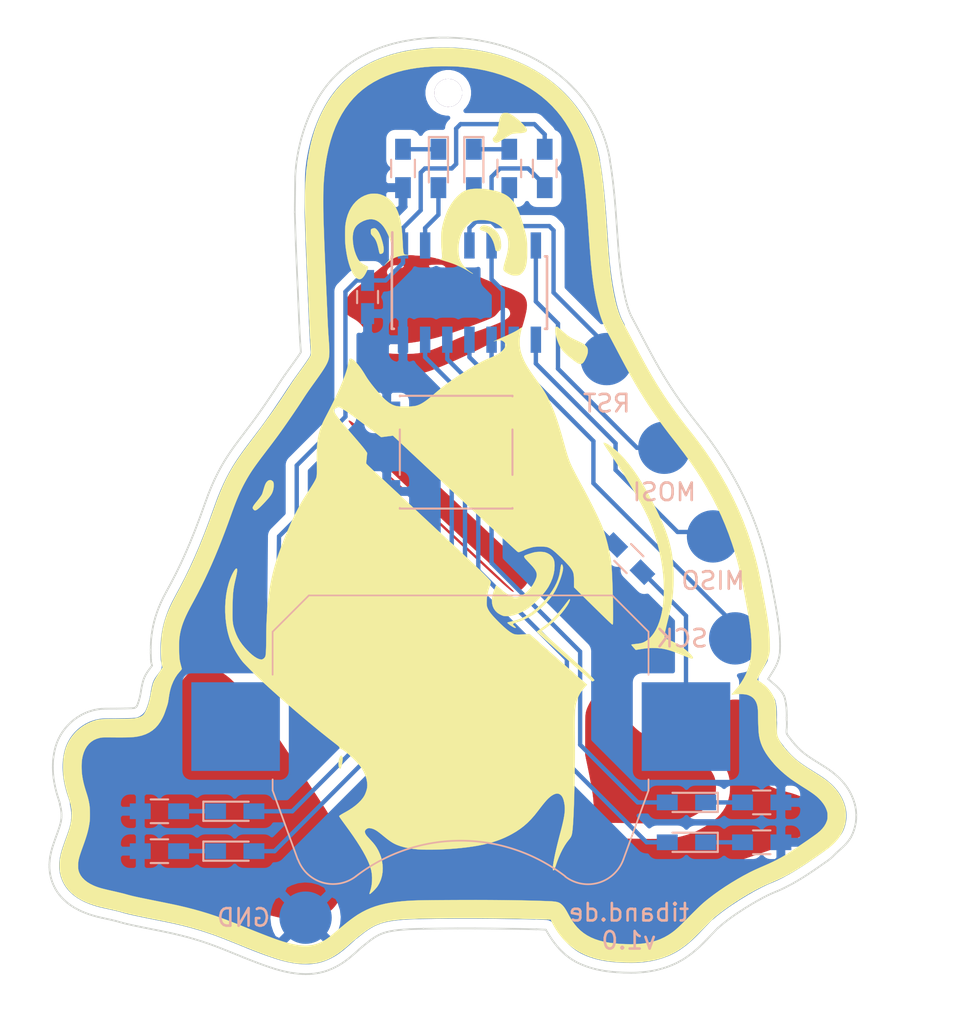
<source format=kicad_pcb>
(kicad_pcb (version 20171130) (host pcbnew 5.1.5)
  (layers (0 F.Cu signal hide) (31 B.Cu signal) (34 B.Paste user) (35 F.Paste user) (36 B.SilkS user) (37 F.SilkS user hide) (38 B.Mask user) (39 F.Mask user hide) (44 Edge.Cuts user))
  (net 0 "")
  (net 1 VCC)
  (net 2 GND)
  (net 3 "Net-(D1-Pad1)")
  (net 4 /LED_B1)
  (net 5 /LED_R1)
  (net 6 "Net-(D2-Pad1)")
  (net 7 "Net-(D3-Pad1)")
  (net 8 /LED_B2)
  (net 9 /LED_R2)
  (net 10 "Net-(D4-Pad1)")
  (net 11 "Net-(D5-Pad1)")
  (net 12 /LED_B3)
  (net 13 /LED_R3)
  (net 14 "Net-(D6-Pad1)")
  (net 15 "Net-(R10-Pad2)")
  (net 16 /RESET)
  (net 17 /MISO)
  (net 18 /MOSI)
  (net 19 /SCK)
  (net 20 "Net-(U1-Pad6)")
  (module Tiband:Switch_SMD_rotated_6x6x4,3 (layer B.Cu) (at 53.848 48.514)
    (fp_text reference SW1 hide)
    (fp_text value SW_Push)
    (pad 1 smd rect (at -3.98 -2.25) (size 1.55 1.3) (layers B.Cu B.Paste B.Mask) (net 2 GND))
    (pad 1 smd rect (at -3.98 2.25) (size 1.55 1.3) (layers B.Cu B.Paste B.Mask) (net 2 GND))
    (pad 2 smd rect (at 3.98 2.25) (size 1.55 1.3) (layers B.Cu B.Paste B.Mask) (net 15 "Net-(R10-Pad2)"))
    (pad 2 smd rect (at 3.98 -2.25) (size 1.55 1.3) (layers B.Cu B.Paste B.Mask) (net 15 "Net-(R10-Pad2)"))
  )
  (module Tiband:KrokoPad (layer B.Cu) (at 45.212 75.184)
    (fp_text reference GND (at -3.556 0) (layer B.SilkS) (effects (justify mirror)))
    (fp_text value Conn_01x01)
    (pad 1 smd circle (at 0 0) (size 3 3) (layers B.Cu B.Paste B.Mask) (net 2 GND))
  )
  (module Tiband:KrokoPad (layer B.Cu) (at 68.58 53.34)
    (fp_text reference MISO (at 0 2.54) (layer B.SilkS) (effects (justify mirror)))
    (fp_text value Conn_01x01)
    (pad 1 smd circle (at 0 0) (size 3 3) (layers B.Cu B.Paste B.Mask) (net 17 /MISO))
  )
  (module Tiband:KrokoPad (layer B.Cu) (at 65.786 48.26)
    (fp_text reference MOSI (at 0 2.54) (layer B.SilkS) (effects (justify mirror)))
    (fp_text value Conn_01x01)
    (pad 1 smd circle (at 0 0) (size 3 3) (layers B.Cu B.Paste B.Mask) (net 18 /MOSI))
  )
  (module Tiband:KrokoPad (layer B.Cu) (at 62.484 43.18)
    (fp_text reference RST (at 0 2.54) (layer B.SilkS) (effects (justify mirror)))
    (fp_text value Conn_01x01)
    (pad 1 smd circle (at 0 0) (size 3 3) (layers B.Cu B.Paste B.Mask) (net 16 /RESET))
  )
  (module Tiband:KrokoPad (layer B.Cu) (at 69.85 59.182)
    (fp_text reference SCK (at -3.048 0) (layer B.SilkS) (effects (justify mirror)))
    (fp_text value Conn_01x01)
    (pad 1 smd circle (at 0 0) (size 3 3) (layers B.Cu B.Paste B.Mask) (net 19 /SCK))
  )
  (module LOGO (layer F.Cu) (at 53.594 51.562)
    (fp_text reference G*** hide)
    (fp_text value LOGO hide)
  )
  (module LOGO (layer F.Cu) (at 0 0)
    (fp_text reference G*** hide)
    (fp_text value LOGO hide)
  )
  (module LOGO (layer F.Cu) (at 53.594 51.562)
    (fp_text reference G*** hide)
    (fp_text value LOGO hide)
    (fp_poly (pts (xy -13.65752 9.344439) (xy -13.447238 9.4301) (xy -13.233455 9.543172) (xy -13.016977 9.683178) (xy -12.798607 9.849638) (xy -12.770556 9.872833) (xy -12.697086 9.93678) (xy -12.608877 10.017886) (xy -12.50989 10.112169) (xy -12.404089 10.215653) (xy -12.295434 10.324356) (xy -12.187888 10.4343) (xy -12.085412 10.541506) (xy -11.991968 10.641994) (xy -11.911518 10.731786) (xy -11.886261 10.761005) (xy -11.694611 10.9896) (xy -11.491231 11.240116) (xy -11.278168 11.509839) (xy -11.057468 11.79606) (xy -10.831178 12.096067) (xy -10.601345 12.407148) (xy -10.370015 12.726592) (xy -10.139236 13.051688) (xy -9.927282 13.356167) (xy -9.879559 13.425909) (xy -9.81763 13.517253) (xy -9.742707 13.628368) (xy -9.656003 13.757427) (xy -9.558732 13.902601) (xy -9.452105 14.062061) (xy -9.337335 14.233979) (xy -9.215636 14.416525) (xy -9.08822 14.607872) (xy -8.956299 14.806191) (xy -8.821086 15.009653) (xy -8.683795 15.21643) (xy -8.545638 15.424692) (xy -8.407827 15.632611) (xy -8.271576 15.83836) (xy -8.138096 16.040108) (xy -8.008602 16.236027) (xy -7.884305 16.42429) (xy -7.766418 16.603066) (xy -7.656155 16.770528) (xy -7.554727 16.924847) (xy -7.463347 17.064195) (xy -7.383229 17.186741) (xy -7.315585 17.290659) (xy -7.261628 17.37412) (xy -7.234671 17.416215) (xy -7.007985 17.783345) (xy -6.804895 18.135802) (xy -6.625198 18.474082) (xy -6.468689 18.79868) (xy -6.335165 19.11009) (xy -6.224421 19.408807) (xy -6.136252 19.695326) (xy -6.070456 19.970141) (xy -6.026828 20.233748) (xy -6.011576 20.382021) (xy -5.999021 20.616071) (xy -5.99968 20.841689) (xy -6.014157 21.06521) (xy -6.043057 21.292967) (xy -6.086983 21.531294) (xy -6.145017 21.78052) (xy -6.186112 21.934718) (xy -6.227037 22.069633) (xy -6.270998 22.193998) (xy -6.321202 22.316549) (xy -6.380855 22.446022) (xy -6.414326 22.514278) (xy -6.512766 22.69695) (xy -6.615811 22.857435) (xy -6.727646 23.001761) (xy -6.830733 23.114201) (xy -6.996902 23.266006) (xy -7.17637 23.396798) (xy -7.371117 23.507567) (xy -7.583128 23.599299) (xy -7.814385 23.672984) (xy -8.0645 23.729173) (xy -8.126181 23.737483) (xy -8.211014 23.744527) (xy -8.313955 23.750243) (xy -8.42996 23.75457) (xy -8.553985 23.757448) (xy -8.680987 23.758815) (xy -8.80592 23.758612) (xy -8.923741 23.756777) (xy -9.029406 23.753249) (xy -9.117871 23.747968) (xy -9.172223 23.742524) (xy -9.263139 23.73045) (xy -9.34949 23.71815) (xy -9.433718 23.705086) (xy -9.51826 23.690717) (xy -9.605558 23.674502) (xy -9.69805 23.655902) (xy -9.798176 23.634375) (xy -9.908376 23.609382) (xy -10.03109 23.580383) (xy -10.168757 23.546836) (xy -10.323817 23.508202) (xy -10.49871 23.463941) (xy -10.695875 23.413512) (xy -10.917751 23.356375) (xy -10.929056 23.353457) (xy -11.33711 23.248563) (xy -11.733238 23.147644) (xy -12.115014 23.051304) (xy -12.480011 22.960149) (xy -12.825802 22.874783) (xy -13.149959 22.795813) (xy -13.450056 22.723844) (xy -13.5255 22.70596) (xy -13.627476 22.681856) (xy -13.751941 22.652441) (xy -13.893918 22.61889) (xy -14.04843 22.582381) (xy -14.2105 22.544089) (xy -14.37515 22.50519) (xy -14.537403 22.46686) (xy -14.6685 22.435893) (xy -14.943544 22.370491) (xy -15.244864 22.298019) (xy -15.57148 22.218718) (xy -15.92241 22.132832) (xy -16.296673 22.040602) (xy -16.693287 21.942271) (xy -17.111271 21.838082) (xy -17.549644 21.728275) (xy -18.007424 21.613095) (xy -18.295056 21.540483) (xy -18.577548 21.469059) (xy -18.834065 21.404098) (xy -19.065994 21.34516) (xy -19.274726 21.291805) (xy -19.461649 21.243592) (xy -19.628152 21.200082) (xy -19.775624 21.160834) (xy -19.905456 21.12541) (xy -20.019034 21.093367) (xy -20.117749 21.064267) (xy -20.20299 21.03767) (xy -20.276146 21.013136) (xy -20.338605 20.990223) (xy -20.391758 20.968494) (xy -20.436992 20.947507) (xy -20.475698 20.926822) (xy -20.509264 20.906) (xy -20.539078 20.8846) (xy -20.566532 20.862183) (xy -20.593012 20.838308) (xy -20.619909 20.812536) (xy -20.63275 20.799975) (xy -20.692115 20.738231) (xy -20.732156 20.685839) (xy -20.756387 20.635576) (xy -20.768323 20.580213) (xy -20.771477 20.514722) (xy -20.76855 20.449799) (xy -20.758727 20.385331) (xy -20.740678 20.318716) (xy -20.713077 20.247353) (xy -20.674595 20.168643) (xy -20.623904 20.079983) (xy -20.559675 19.978772) (xy -20.48058 19.86241) (xy -20.385291 19.728296) (xy -20.333356 19.656778) (xy -20.210717 19.485354) (xy -20.105785 19.330113) (xy -20.016742 19.186863) (xy -19.941769 19.051411) (xy -19.879047 18.919563) (xy -19.826757 18.787126) (xy -19.783081 18.649907) (xy -19.746199 18.503713) (xy -19.714293 18.344351) (xy -19.685544 18.167628) (xy -19.684562 18.161) (xy -19.669231 18.032019) (xy -19.658956 17.891343) (xy -19.653889 17.747034) (xy -19.654186 17.607158) (xy -19.66 17.479778) (xy -19.669737 17.384889) (xy -19.688142 17.267807) (xy -19.710923 17.150238) (xy -19.738894 17.029834) (xy -19.772866 16.904245) (xy -19.81365 16.771123) (xy -19.862059 16.628119) (xy -19.918904 16.472883) (xy -19.984998 16.303066) (xy -20.061151 16.11632) (xy -20.148177 15.910295) (xy -20.246886 15.682643) (xy -20.29885 15.564556) (xy -20.361662 15.422039) (xy -20.414038 15.302144) (xy -20.457161 15.201771) (xy -20.492214 15.117822) (xy -20.520379 15.047197) (xy -20.54284 14.9868) (xy -20.560779 14.933531) (xy -20.575379 14.88429) (xy -20.587824 14.835981) (xy -20.599296 14.785504) (xy -20.603166 14.767385) (xy -20.627628 14.600599) (xy -20.628788 14.444944) (xy -20.607184 14.301807) (xy -20.563352 14.172573) (xy -20.497828 14.058629) (xy -20.411151 13.961362) (xy -20.303856 13.882156) (xy -20.2489 13.852733) (xy -20.166942 13.817007) (xy -20.083359 13.788763) (xy -19.995273 13.767927) (xy -19.899804 13.754429) (xy -19.794076 13.748194) (xy -19.675208 13.74915) (xy -19.540323 13.757225) (xy -19.386542 13.772345) (xy -19.210986 13.794439) (xy -19.021778 13.821766) (xy -18.833109 13.849339) (xy -18.667752 13.871246) (xy -18.521432 13.887788) (xy -18.389878 13.899266) (xy -18.268815 13.905982) (xy -18.153972 13.908236) (xy -18.041075 13.906329) (xy -17.925851 13.900562) (xy -17.914056 13.899786) (xy -17.683204 13.880546) (xy -17.477339 13.854975) (xy -17.293743 13.822129) (xy -17.129701 13.781064) (xy -16.982496 13.730835) (xy -16.849411 13.6705) (xy -16.727729 13.599115) (xy -16.614734 13.515735) (xy -16.50771 13.419417) (xy -16.494967 13.406772) (xy -16.396949 13.301838) (xy -16.313979 13.196866) (xy -16.239839 13.083067) (xy -16.168316 12.951647) (xy -16.156501 12.927995) (xy -16.12448 12.86064) (xy -16.094403 12.791301) (xy -16.065166 12.716622) (xy -16.035662 12.633244) (xy -16.004788 12.53781) (xy -15.971438 12.426963) (xy -15.934508 12.297344) (xy -15.892892 12.145597) (xy -15.865562 12.043833) (xy -15.829436 11.908456) (xy -15.799895 11.797258) (xy -15.776274 11.707142) (xy -15.757905 11.635013) (xy -15.744124 11.577774) (xy -15.734261 11.532331) (xy -15.727652 11.495586) (xy -15.72363 11.464444) (xy -15.721527 11.435809) (xy -15.720678 11.406585) (xy -15.720415 11.373676) (xy -15.720393 11.369627) (xy -15.718598 11.313778) (xy -15.714123 11.238984) (xy -15.70761 11.154325) (xy -15.699696 11.06888) (xy -15.698189 11.054281) (xy -15.668313 10.811908) (xy -15.632463 10.597) (xy -15.590609 10.409431) (xy -15.54272 10.249077) (xy -15.488765 10.115811) (xy -15.45152 10.045495) (xy -15.417493 9.994467) (xy -15.369583 9.931042) (xy -15.312981 9.861295) (xy -15.252877 9.791301) (xy -15.194463 9.727133) (xy -15.142931 9.674866) (xy -15.10923 9.644974) (xy -15.077157 9.624188) (xy -15.02395 9.594794) (xy -14.954497 9.5591) (xy -14.873691 9.519415) (xy -14.786421 9.478047) (xy -14.697577 9.437304) (xy -14.612051 9.399496) (xy -14.534732 9.366929) (xy -14.47051 9.341914) (xy -14.456834 9.337026) (xy -14.41114 9.321416) (xy -14.373042 9.309986) (xy -14.336832 9.302084) (xy -14.296801 9.297058) (xy -14.247239 9.294256) (xy -14.182438 9.293026) (xy -14.096688 9.292716) (xy -14.068778 9.292706) (xy -13.807723 9.29266) (xy -13.65752 9.344439)) (layer F.Cu) (width 0.01))
    (fp_poly (pts (xy 16.388303 11.132302) (xy 16.486365 11.141553) (xy 16.567628 11.156975) (xy 16.605225 11.169099) (xy 16.668178 11.207004) (xy 16.733583 11.269976) (xy 16.799092 11.355267) (xy 16.862359 11.460132) (xy 16.875769 11.485608) (xy 16.919086 11.573966) (xy 16.951948 11.65256) (xy 16.975715 11.727837) (xy 16.991752 11.806247) (xy 17.001421 11.894239) (xy 17.006085 11.998263) (xy 17.007131 12.107333) (xy 17.006265 12.190697) (xy 17.003865 12.295728) (xy 17.000156 12.415928) (xy 16.995362 12.544797) (xy 16.989707 12.675836) (xy 16.983417 12.802546) (xy 16.982619 12.817359) (xy 16.972554 13.042528) (xy 16.968496 13.244777) (xy 16.970783 13.428835) (xy 16.979751 13.599427) (xy 16.995736 13.761282) (xy 17.019075 13.919127) (xy 17.050105 14.077689) (xy 17.082008 14.213493) (xy 17.167426 14.51807) (xy 17.265222 14.800187) (xy 17.375084 15.059328) (xy 17.496699 15.294977) (xy 17.629756 15.506619) (xy 17.773942 15.69374) (xy 17.928944 15.855823) (xy 18.094451 15.992354) (xy 18.204238 16.065176) (xy 18.318254 16.126524) (xy 18.457241 16.187696) (xy 18.62188 16.248933) (xy 18.812853 16.310474) (xy 19.030841 16.372558) (xy 19.212277 16.419574) (xy 19.500104 16.498141) (xy 19.763481 16.583911) (xy 20.002025 16.676653) (xy 20.215357 16.77614) (xy 20.403094 16.882142) (xy 20.564855 16.994431) (xy 20.700259 17.112778) (xy 20.808925 17.236953) (xy 20.890471 17.366729) (xy 20.926676 17.448389) (xy 20.949708 17.537859) (xy 20.959361 17.641206) (xy 20.955418 17.747341) (xy 20.93766 17.845175) (xy 20.93467 17.855567) (xy 20.872873 18.016353) (xy 20.784275 18.178926) (xy 20.670116 18.34186) (xy 20.531634 18.503731) (xy 20.370068 18.663112) (xy 20.186656 18.81858) (xy 19.982637 18.968708) (xy 19.944916 18.99432) (xy 19.864966 19.047144) (xy 19.786662 19.096939) (xy 19.708327 19.144394) (xy 19.628288 19.190194) (xy 19.544869 19.235028) (xy 19.456397 19.279581) (xy 19.361196 19.324542) (xy 19.257591 19.370596) (xy 19.143909 19.418431) (xy 19.018474 19.468734) (xy 18.879612 19.522192) (xy 18.725648 19.579492) (xy 18.554907 19.64132) (xy 18.365715 19.708364) (xy 18.156397 19.781311) (xy 17.925278 19.860848) (xy 17.670685 19.947661) (xy 17.390941 20.042438) (xy 17.384888 20.044483) (xy 17.151246 20.123811) (xy 16.942065 20.195683) (xy 16.75487 20.261054) (xy 16.587182 20.320879) (xy 16.436524 20.376114) (xy 16.300418 20.427713) (xy 16.176387 20.476631) (xy 16.061953 20.523823) (xy 15.95464 20.570243) (xy 15.851968 20.616847) (xy 15.751461 20.66459) (xy 15.663741 20.707851) (xy 15.527514 20.778366) (xy 15.387709 20.855434) (xy 15.242953 20.940024) (xy 15.091871 21.033106) (xy 14.93309 21.135649) (xy 14.765235 21.248621) (xy 14.586931 21.372993) (xy 14.396806 21.509732) (xy 14.193485 21.659809) (xy 13.975593 21.824192) (xy 13.741756 22.003851) (xy 13.490601 22.199754) (xy 13.220753 22.412871) (xy 13.024555 22.569175) (xy 12.829966 22.723155) (xy 12.654367 22.858798) (xy 12.496238 22.977156) (xy 12.354064 23.079284) (xy 12.226326 23.166233) (xy 12.111506 23.239056) (xy 12.008086 23.298807) (xy 11.91455 23.346538) (xy 11.883268 23.360864) (xy 11.63008 23.460132) (xy 11.357919 23.5423) (xy 11.071153 23.606133) (xy 10.936111 23.628911) (xy 10.855269 23.638678) (xy 10.756416 23.646694) (xy 10.646448 23.652767) (xy 10.532262 23.656707) (xy 10.420757 23.65832) (xy 10.318828 23.657416) (xy 10.233374 23.653802) (xy 10.188222 23.649702) (xy 9.958981 23.61166) (xy 9.736066 23.553805) (xy 9.513404 23.474258) (xy 9.284921 23.371137) (xy 9.278055 23.36773) (xy 9.031743 23.230164) (xy 8.804937 23.072244) (xy 8.597737 22.894057) (xy 8.410247 22.695695) (xy 8.242566 22.477245) (xy 8.210397 22.429611) (xy 8.096598 22.240669) (xy 8.003069 22.047874) (xy 7.929206 21.84843) (xy 7.874404 21.639538) (xy 7.83806 21.418404) (xy 7.819567 21.182231) (xy 7.818322 20.928221) (xy 7.831735 20.678355) (xy 7.838233 20.603299) (xy 7.847196 20.511972) (xy 7.85822 20.4076) (xy 7.870899 20.293411) (xy 7.884828 20.172634) (xy 7.899604 20.048495) (xy 7.91482 19.924222) (xy 7.930073 19.803043) (xy 7.944958 19.688185) (xy 7.95907 19.582876) (xy 7.972004 19.490344) (xy 7.983355 19.413816) (xy 7.992718 19.356521) (xy 7.99969 19.321684) (xy 8.003046 19.312283) (xy 8.019582 19.305645) (xy 8.057938 19.293042) (xy 8.112739 19.276052) (xy 8.178609 19.256255) (xy 8.250172 19.235228) (xy 8.322053 19.214551) (xy 8.388877 19.195803) (xy 8.445268 19.180561) (xy 8.48585 19.170405) (xy 8.48721 19.170094) (xy 8.560819 19.154917) (xy 8.64053 19.141616) (xy 8.728116 19.130136) (xy 8.825352 19.120421) (xy 8.934014 19.112416) (xy 9.055877 19.106064) (xy 9.192714 19.101311) (xy 9.346302 19.098101) (xy 9.518414 19.096378) (xy 9.710827 19.096087) (xy 9.925314 19.097171) (xy 10.163651 19.099576) (xy 10.427612 19.103245) (xy 10.555111 19.105292) (xy 10.867367 19.109852) (xy 11.153468 19.112577) (xy 11.415428 19.113301) (xy 11.655264 19.111857) (xy 11.874994 19.10808) (xy 12.076633 19.101803) (xy 12.262197 19.09286) (xy 12.433703 19.081085) (xy 12.593168 19.066312) (xy 12.742608 19.048374) (xy 12.884039 19.027106) (xy 13.019477 19.002341) (xy 13.15094 18.973913) (xy 13.280444 18.941657) (xy 13.410004 18.905405) (xy 13.541637 18.864991) (xy 13.56594 18.857187) (xy 13.787261 18.777441) (xy 14.012938 18.680626) (xy 14.239021 18.569216) (xy 14.461563 18.445683) (xy 14.676614 18.312497) (xy 14.880226 18.172133) (xy 15.068451 18.027062) (xy 15.23734 17.879756) (xy 15.382945 17.732688) (xy 15.409436 17.702934) (xy 15.564974 17.503783) (xy 15.695714 17.291499) (xy 15.801408 17.066872) (xy 15.881807 16.830691) (xy 15.936662 16.583748) (xy 15.965724 16.326833) (xy 15.968743 16.060735) (xy 15.9623 15.947909) (xy 15.947363 15.792384) (xy 15.926522 15.649167) (xy 15.898299 15.515304) (xy 15.861215 15.387839) (xy 15.813793 15.263818) (xy 15.754554 15.140288) (xy 15.68202 15.014293) (xy 15.594712 14.88288) (xy 15.491153 14.743093) (xy 15.369863 14.59198) (xy 15.229365 14.426584) (xy 15.163261 14.351) (xy 15.098758 14.277606) (xy 15.050664 14.221975) (xy 15.016703 14.180718) (xy 14.994604 14.150444) (xy 14.982091 14.127764) (xy 14.976892 14.109288) (xy 14.976732 14.091626) (xy 14.978701 14.075833) (xy 14.982651 14.039084) (xy 14.987217 13.982273) (xy 14.9918 13.913535) (xy 14.995369 13.849678) (xy 14.99744 13.750079) (xy 14.991293 13.664268) (xy 14.97479 13.587151) (xy 14.945792 13.513632) (xy 14.902159 13.438617) (xy 14.841752 13.357012) (xy 14.762434 13.263722) (xy 14.737816 13.236222) (xy 14.654273 13.140583) (xy 14.588808 13.05781) (xy 14.537997 12.982492) (xy 14.498413 12.909218) (xy 14.466632 12.832575) (xy 14.449025 12.779968) (xy 14.425349 12.707932) (xy 14.399035 12.634483) (xy 14.374248 12.571012) (xy 14.363627 12.546354) (xy 14.343444 12.501364) (xy 14.328845 12.467959) (xy 14.322803 12.452953) (xy 14.322777 12.452775) (xy 14.333114 12.443162) (xy 14.361767 12.418662) (xy 14.405196 12.382247) (xy 14.459863 12.336887) (xy 14.509527 12.295977) (xy 14.763193 12.083228) (xy 15.025681 11.854656) (xy 15.28909 11.617168) (xy 15.345833 11.564915) (xy 15.458358 11.46274) (xy 15.554952 11.37938) (xy 15.638578 11.312687) (xy 15.712196 11.260509) (xy 15.778769 11.220697) (xy 15.841259 11.1911) (xy 15.88116 11.176298) (xy 15.962435 11.155688) (xy 16.060505 11.140917) (xy 16.168653 11.132052) (xy 16.280159 11.129158) (xy 16.388303 11.132302)) (layer F.Cu) (width 0.01))
    (fp_poly (pts (xy 4.000404 20.316945) (xy 4.043949 20.326045) (xy 4.101869 20.337688) (xy 4.155722 20.348232) (xy 4.227104 20.362919) (xy 4.276437 20.375739) (xy 4.309608 20.388814) (xy 4.332506 20.404263) (xy 4.344301 20.416164) (xy 4.363467 20.435796) (xy 4.369352 20.434551) (xy 4.362395 20.410659) (xy 4.352171 20.384551) (xy 4.351301 20.374306) (xy 4.363715 20.372073) (xy 4.394631 20.37794) (xy 4.425745 20.385779) (xy 4.571833 20.43638) (xy 4.703713 20.507089) (xy 4.81879 20.595602) (xy 4.914466 20.699613) (xy 4.988143 20.816817) (xy 5.030872 20.922929) (xy 5.071199 21.092675) (xy 5.086447 21.261234) (xy 5.0766 21.432918) (xy 5.041647 21.612037) (xy 5.028575 21.659903) (xy 4.969126 21.828662) (xy 4.894731 21.973611) (xy 4.805141 22.095033) (xy 4.700112 22.193208) (xy 4.579395 22.268419) (xy 4.452055 22.318236) (xy 4.369575 22.335937) (xy 4.275084 22.342793) (xy 4.165307 22.338651) (xy 4.036967 22.323355) (xy 3.88679 22.296751) (xy 3.853471 22.289982) (xy 3.773039 22.273526) (xy 3.701698 22.259288) (xy 3.644242 22.248196) (xy 3.605467 22.241179) (xy 3.590692 22.239111) (xy 3.578078 22.251597) (xy 3.567172 22.282799) (xy 3.564692 22.295556) (xy 3.557575 22.330758) (xy 3.545268 22.347063) (xy 3.518748 22.351745) (xy 3.494685 22.352) (xy 3.455483 22.350266) (xy 3.429625 22.345912) (xy 3.42554 22.343837) (xy 3.409003 22.340436) (xy 3.370138 22.33729) (xy 3.314842 22.33476) (xy 3.252384 22.333254) (xy 3.087391 22.330833) (xy 2.845445 21.868993) (xy 2.790281 21.764212) (xy 2.73897 21.667748) (xy 2.693022 21.582362) (xy 2.653948 21.51082) (xy 2.623258 21.455886) (xy 2.602462 21.420323) (xy 2.593071 21.406895) (xy 2.592916 21.406854) (xy 2.590095 21.42027) (xy 2.587558 21.458231) (xy 2.585408 21.517062) (xy 2.583751 21.593086) (xy 2.582691 21.682627) (xy 2.582333 21.77843) (xy 2.581986 21.88342) (xy 2.581011 21.983822) (xy 2.579505 22.074722) (xy 2.577564 22.151202) (xy 2.575287 22.208349) (xy 2.573267 22.237041) (xy 2.564201 22.323778) (xy 2.09803 22.323778) (xy 2.107873 21.679531) (xy 2.117715 21.035284) (xy 2.155996 20.989105) (xy 2.196695 20.952941) (xy 2.231355 20.941908) (xy 2.266182 20.933475) (xy 2.286 20.919722) (xy 2.314002 20.901953) (xy 2.333588 20.898176) (xy 2.362318 20.889105) (xy 2.399017 20.866747) (xy 2.413 20.855716) (xy 2.43633 20.833445) (xy 2.441917 20.822566) (xy 2.435582 20.823138) (xy 2.417589 20.826312) (xy 2.413947 20.813015) (xy 2.41786 20.791515) (xy 2.422635 20.767383) (xy 2.420003 20.766072) (xy 2.407832 20.788715) (xy 2.402285 20.799778) (xy 2.375175 20.838138) (xy 2.34149 20.853332) (xy 2.339901 20.853532) (xy 2.305224 20.863975) (xy 2.28555 20.87793) (xy 2.264636 20.890502) (xy 2.241215 20.883133) (xy 2.218077 20.876901) (xy 2.19539 20.889151) (xy 2.179871 20.904596) (xy 2.153587 20.930555) (xy 2.135306 20.940702) (xy 2.123981 20.932608) (xy 2.118565 20.903847) (xy 2.118011 20.85199) (xy 2.121272 20.774608) (xy 2.121553 20.76934) (xy 2.12537 20.6877) (xy 2.128418 20.602261) (xy 2.130322 20.524722) (xy 2.130777 20.479713) (xy 2.130777 20.361634) (xy 2.360083 20.365512) (xy 2.589388 20.369389) (xy 2.836333 20.842111) (xy 3.083277 21.314833) (xy 3.091923 20.912667) (xy 3.09425 20.805203) (xy 3.09648 20.703736) (xy 3.098515 20.612631) (xy 3.100255 20.536257) (xy 3.101602 20.478981) (xy 3.102458 20.445171) (xy 3.102506 20.443472) (xy 3.104444 20.376445) (xy 3.336444 20.376445) (xy 3.414268 20.377056) (xy 3.481628 20.378747) (xy 3.533724 20.381303) (xy 3.565756 20.384511) (xy 3.57367 20.387028) (xy 3.574783 20.40345) (xy 3.575221 20.444238) (xy 3.57501 20.505546) (xy 3.574179 20.583526) (xy 3.572755 20.674331) (xy 3.570975 20.7645) (xy 3.563055 21.131389) (xy 3.481916 21.144256) (xy 3.435534 21.153076) (xy 3.410901 21.162949) (xy 3.401638 21.177244) (xy 3.400777 21.18712) (xy 3.390713 21.213111) (xy 3.363717 21.250353) (xy 3.330222 21.286611) (xy 3.291353 21.329351) (xy 3.266485 21.365926) (xy 3.259666 21.386663) (xy 3.254259 21.41915) (xy 3.240849 21.461444) (xy 3.23668 21.47186) (xy 3.221855 21.516977) (xy 3.209893 21.571234) (xy 3.201894 21.626298) (xy 3.198959 21.673838) (xy 3.202187 21.705521) (xy 3.205042 21.711405) (xy 3.210694 21.731795) (xy 3.215286 21.772982) (xy 3.218103 21.827542) (xy 3.218585 21.852516) (xy 3.221307 21.925424) (xy 3.228091 21.973501) (xy 3.239395 21.999908) (xy 3.240141 22.000777) (xy 3.253062 22.027265) (xy 3.246403 22.060492) (xy 3.239547 22.089667) (xy 3.250827 22.106772) (xy 3.260067 22.112326) (xy 3.285731 22.136505) (xy 3.312376 22.176847) (xy 3.333886 22.2222) (xy 3.344143 22.261412) (xy 3.344333 22.265938) (xy 3.349968 22.292692) (xy 3.356919 22.301669) (xy 3.362361 22.295729) (xy 3.360152 22.270819) (xy 3.352053 22.234575) (xy 3.339828 22.194632) (xy 3.33498 22.182667) (xy 3.570111 22.182667) (xy 3.575274 22.194282) (xy 3.579518 22.192074) (xy 3.581207 22.175328) (xy 3.579518 22.173259) (xy 3.571129 22.175196) (xy 3.570111 22.182667) (xy 3.33498 22.182667) (xy 3.325239 22.158627) (xy 3.322762 22.153664) (xy 3.301373 22.121331) (xy 3.280191 22.101309) (xy 3.266007 22.085188) (xy 3.270537 22.057234) (xy 3.271892 22.053569) (xy 3.277902 22.01495) (xy 3.272162 21.998044) (xy 3.26643 21.975808) (xy 3.262052 21.932763) (xy 3.259642 21.876316) (xy 3.259371 21.844) (xy 3.259419 21.78224) (xy 3.259172 21.728799) (xy 3.258678 21.69165) (xy 3.258358 21.681722) (xy 3.261808 21.631891) (xy 3.274342 21.568144) (xy 3.293168 21.502168) (xy 3.313953 21.448889) (xy 3.33158 21.4066) (xy 3.342418 21.371605) (xy 3.344023 21.360621) (xy 3.354743 21.340021) (xy 3.382563 21.309729) (xy 3.421484 21.276268) (xy 3.42189 21.275954) (xy 3.470901 21.233238) (xy 3.496189 21.199471) (xy 3.499501 21.18628) (xy 3.50315 21.168893) (xy 3.518363 21.158318) (xy 3.551658 21.15148) (xy 3.580222 21.148178) (xy 3.624941 21.144728) (xy 3.656965 21.144437) (xy 3.667482 21.146445) (xy 3.667737 21.161545) (xy 3.665476 21.201457) (xy 3.660962 21.262911) (xy 3.654459 21.342633) (xy 3.646234 21.437353) (xy 3.63655 21.543797) (xy 3.62806 21.633839) (xy 3.61738 21.747156) (xy 3.607883 21.851268) (xy 3.599842 21.942914) (xy 3.593531 22.018832) (xy 3.589222 22.075761) (xy 3.587188 22.110441) (xy 3.58737 22.119963) (xy 3.591737 22.108814) (xy 3.600243 22.074559) (xy 3.611847 22.021835) (xy 3.625504 21.955279) (xy 3.632902 21.917616) (xy 3.649898 21.830293) (xy 3.662671 21.766872) (xy 3.672294 21.723535) (xy 3.679841 21.696465) (xy 3.686387 21.681842) (xy 3.693004 21.675849) (xy 3.700767 21.674668) (xy 3.701239 21.674667) (xy 3.721393 21.665772) (xy 3.74874 21.644339) (xy 3.749152 21.643952) (xy 3.77535 21.625326) (xy 3.808659 21.616625) (xy 3.85922 21.615277) (xy 3.861968 21.615346) (xy 3.909301 21.613941) (xy 3.946371 21.608091) (xy 3.960582 21.602106) (xy 3.986621 21.593339) (xy 4.02391 21.593401) (xy 4.025065 21.593567) (xy 4.065609 21.592707) (xy 4.097498 21.57178) (xy 4.102131 21.566965) (xy 4.137075 21.542192) (xy 4.170553 21.533556) (xy 4.198863 21.524727) (xy 4.233074 21.503003) (xy 4.264481 21.475526) (xy 4.284381 21.449438) (xy 4.286819 21.439482) (xy 4.308592 21.439482) (xy 4.310529 21.447871) (xy 4.318 21.448889) (xy 4.329615 21.443726) (xy 4.327407 21.439482) (xy 4.31066 21.437793) (xy 4.308592 21.439482) (xy 4.286819 21.439482) (xy 4.287227 21.437816) (xy 4.298044 21.426537) (xy 4.32725 21.406909) (xy 4.362055 21.386788) (xy 4.412953 21.353088) (xy 4.455641 21.314272) (xy 4.471013 21.29486) (xy 4.504082 21.244278) (xy 4.456292 21.290079) (xy 4.412401 21.322347) (xy 4.353887 21.352571) (xy 4.319181 21.366044) (xy 4.26072 21.389492) (xy 4.22407 21.414172) (xy 4.207284 21.435546) (xy 4.18547 21.462505) (xy 4.163851 21.473467) (xy 4.163159 21.473441) (xy 4.136713 21.478066) (xy 4.099336 21.491313) (xy 4.092222 21.494435) (xy 4.018939 21.52222) (xy 3.954238 21.53259) (xy 3.885983 21.527298) (xy 3.876491 21.525603) (xy 3.823107 21.523736) (xy 3.774743 21.541587) (xy 3.741694 21.555929) (xy 3.719538 21.559275) (xy 3.716737 21.557886) (xy 3.717412 21.542469) (xy 3.723215 21.502218) (xy 3.733636 21.439952) (xy 3.748163 21.35849) (xy 3.766286 21.260651) (xy 3.787493 21.149254) (xy 3.811274 21.027117) (xy 3.831172 20.926749) (xy 3.847341 20.846156) (xy 4.588385 20.846156) (xy 4.591819 20.854042) (xy 4.606027 20.869191) (xy 4.614195 20.866083) (xy 4.614333 20.864111) (xy 4.60431 20.852175) (xy 4.598041 20.847819) (xy 4.588385 20.846156) (xy 3.847341 20.846156) (xy 3.861189 20.777133) (xy 3.877114 20.698806) (xy 4.405316 20.698806) (xy 4.418006 20.722045) (xy 4.433973 20.728108) (xy 4.444503 20.725185) (xy 4.438768 20.722167) (xy 4.452055 20.722167) (xy 4.493501 20.768028) (xy 4.523597 20.800088) (xy 4.539235 20.813032) (xy 4.543776 20.809631) (xy 4.543777 20.809473) (xy 4.53433 20.79826) (xy 4.510525 20.775178) (xy 4.497916 20.763612) (xy 4.452055 20.722167) (xy 4.438768 20.722167) (xy 4.434416 20.719877) (xy 4.419752 20.701632) (xy 4.415663 20.682185) (xy 4.412275 20.665337) (xy 4.407277 20.669716) (xy 4.405316 20.698806) (xy 3.877114 20.698806) (xy 3.886424 20.65302) (xy 3.907405 20.552196) (xy 3.919657 20.49557) (xy 4.335282 20.49557) (xy 4.337184 20.509944) (xy 4.348215 20.539291) (xy 4.364302 20.575001) (xy 4.381372 20.608467) (xy 4.395354 20.63108) (xy 4.401531 20.635616) (xy 4.399331 20.621101) (xy 4.387432 20.589197) (xy 4.374444 20.559889) (xy 4.355448 20.522473) (xy 4.340873 20.499462) (xy 4.335282 20.49557) (xy 3.919657 20.49557) (xy 3.924661 20.472446) (xy 3.938721 20.411554) (xy 3.950112 20.367307) (xy 3.959364 20.337489) (xy 3.967004 20.319886) (xy 3.973561 20.312283) (xy 3.977908 20.311757) (xy 4.000404 20.316945)) (layer F.Cu) (width 0.01))
    (fp_poly (pts (xy 1.16456 20.373148) (xy 1.185414 20.373528) (xy 1.474774 20.379228) (xy 1.551378 20.645489) (xy 1.57756 20.737088) (xy 1.596454 20.805504) (xy 1.608761 20.854622) (xy 1.615182 20.888327) (xy 1.61642 20.910504) (xy 1.613176 20.925037) (xy 1.606152 20.935811) (xy 1.604213 20.938014) (xy 1.585427 20.972844) (xy 1.580444 21.000443) (xy 1.572118 21.031156) (xy 1.545166 21.045461) (xy 1.517513 21.060629) (xy 1.509888 21.091499) (xy 1.499195 21.126916) (xy 1.465275 21.166481) (xy 1.453444 21.176996) (xy 1.414844 21.217072) (xy 1.397581 21.251588) (xy 1.397 21.257761) (xy 1.388284 21.291193) (xy 1.375833 21.307778) (xy 1.358081 21.335878) (xy 1.354666 21.354595) (xy 1.345392 21.383413) (xy 1.322439 21.417809) (xy 1.315861 21.425251) (xy 1.293579 21.450119) (xy 1.29044 21.458039) (xy 1.30553 21.451923) (xy 1.307877 21.450718) (xy 1.338265 21.437219) (xy 1.35172 21.441728) (xy 1.355504 21.467717) (xy 1.355684 21.473583) (xy 1.358784 21.484408) (xy 1.366433 21.468603) (xy 1.377974 21.427722) (xy 1.398505 21.366803) (xy 1.424058 21.322136) (xy 1.433401 21.311982) (xy 1.457407 21.282229) (xy 1.467553 21.253937) (xy 1.467555 21.253656) (xy 1.479615 21.227965) (xy 1.495777 21.219022) (xy 1.519137 21.200675) (xy 1.524 21.175043) (xy 1.529995 21.146852) (xy 1.551401 21.138461) (xy 1.552956 21.138445) (xy 1.58063 21.125621) (xy 1.596773 21.095813) (xy 1.615502 21.060986) (xy 1.638373 21.038872) (xy 1.659481 21.029579) (xy 1.665111 21.029726) (xy 1.668918 21.043903) (xy 1.679825 21.082499) (xy 1.697061 21.142829) (xy 1.719853 21.222209) (xy 1.747429 21.317956) (xy 1.779019 21.427384) (xy 1.813848 21.54781) (xy 1.848555 21.667611) (xy 1.88579 21.796432) (xy 1.920492 21.917242) (xy 1.951882 22.027283) (xy 1.979184 22.123793) (xy 2.001621 22.204014) (xy 2.018416 22.265186) (xy 2.028791 22.30455) (xy 2.032 22.319111) (xy 2.026545 22.32608) (xy 2.007993 22.331183) (xy 1.973063 22.334664) (xy 1.918475 22.336769) (xy 1.840949 22.337744) (xy 1.781241 22.337889) (xy 1.530483 22.337889) (xy 1.445066 22.080361) (xy 1.359648 21.822833) (xy 0.98172 21.822833) (xy 0.80771 22.330833) (xy 0.561743 22.334676) (xy 0.481203 22.335448) (xy 0.410711 22.335201) (xy 0.355008 22.334026) (xy 0.318833 22.332015) (xy 0.307027 22.329769) (xy 0.303452 22.310656) (xy 0.30587 22.301232) (xy 0.301344 22.285668) (xy 0.271809 22.278142) (xy 0.229305 22.277654) (xy 0.212909 22.271476) (xy 0.211666 22.267573) (xy 0.217179 22.252289) (xy 0.232709 22.214761) (xy 0.25674 22.158506) (xy 0.287759 22.087039) (xy 0.324251 22.003877) (xy 0.361431 21.919891) (xy 0.402517 21.827382) (xy 0.440448 21.741839) (xy 0.473516 21.667126) (xy 0.500012 21.607106) (xy 0.518228 21.565643) (xy 0.526013 21.547667) (xy 0.53459 21.530553) (xy 0.540658 21.531519) (xy 0.546215 21.55405) (xy 0.552087 21.593184) (xy 0.562476 21.644794) (xy 0.576983 21.690012) (xy 0.586688 21.709609) (xy 0.603292 21.751915) (xy 0.609992 21.80558) (xy 0.606834 21.859486) (xy 0.593863 21.902517) (xy 0.58585 21.914292) (xy 0.569391 21.944857) (xy 0.568992 21.988032) (xy 0.56996 21.994813) (xy 0.572527 22.032994) (xy 0.564846 22.065962) (xy 0.543556 22.099174) (xy 0.505293 22.138087) (xy 0.455083 22.181238) (xy 0.414198 22.21601) (xy 0.383379 22.243985) (xy 0.36781 22.260394) (xy 0.366888 22.262322) (xy 0.378602 22.265217) (xy 0.404562 22.260937) (xy 0.429622 22.246671) (xy 0.466902 22.216235) (xy 0.510774 22.175322) (xy 0.555608 22.129621) (xy 0.595776 22.084824) (xy 0.625647 22.046622) (xy 0.638375 22.024562) (xy 0.640216 21.992516) (xy 0.629649 21.951766) (xy 0.628967 21.950105) (xy 0.617097 21.915205) (xy 0.619122 21.892302) (xy 0.628671 21.87684) (xy 0.646067 21.832845) (xy 0.646422 21.775763) (xy 0.630403 21.714482) (xy 0.613941 21.680634) (xy 0.588821 21.628037) (xy 0.568252 21.568562) (xy 0.563623 21.549985) (xy 0.559982 21.530861) (xy 0.558125 21.511664) (xy 0.558737 21.489471) (xy 0.562509 21.461357) (xy 0.570126 21.4244) (xy 0.582277 21.375676) (xy 0.59965 21.31226) (xy 0.622933 21.23123) (xy 0.652812 21.129661) (xy 0.689977 21.00463) (xy 0.699178 20.973757) (xy 0.733589 20.85792) (xy 0.765613 20.749372) (xy 0.794302 20.651379) (xy 0.81871 20.567206) (xy 0.83789 20.500118) (xy 0.850896 20.453381) (xy 0.85678 20.430259) (xy 0.856864 20.429815) (xy 0.867534 20.397128) (xy 0.879951 20.379646) (xy 0.89839 20.376343) (xy 0.940554 20.373952) (xy 1.00196 20.372563) (xy 1.078123 20.372265) (xy 1.16456 20.373148)) (layer F.Cu) (width 0.01))
    (fp_poly (pts (xy -1.98751 20.199062) (xy -1.972839 20.235942) (xy -1.955015 20.288716) (xy -1.935624 20.351745) (xy -1.916249 20.419388) (xy -1.898474 20.486008) (xy -1.883883 20.545965) (xy -1.87406 20.59362) (xy -1.870589 20.623333) (xy -1.872066 20.630085) (xy -1.889238 20.637319) (xy -1.928563 20.650171) (xy -1.984902 20.667069) (xy -2.053117 20.686442) (xy -2.084851 20.69515) (xy -2.165533 20.717695) (xy -2.22202 20.735203) (xy -2.257618 20.748969) (xy -2.275637 20.760288) (xy -2.279383 20.770455) (xy -2.279173 20.771231) (xy -2.269768 20.803018) (xy -2.254413 20.856855) (xy -2.233962 20.929624) (xy -2.209269 21.018203) (xy -2.181189 21.119472) (xy -2.150576 21.230313) (xy -2.118286 21.347605) (xy -2.085171 21.468227) (xy -2.052088 21.589061) (xy -2.01989 21.706986) (xy -1.989431 21.818881) (xy -1.961567 21.921628) (xy -1.937151 22.012106) (xy -1.917039 22.087195) (xy -1.902084 22.143775) (xy -1.893141 22.178727) (xy -1.890889 22.18898) (xy -1.902552 22.209389) (xy -1.915584 22.21626) (xy -1.956181 22.227956) (xy -2.010851 22.243353) (xy -2.073752 22.26085) (xy -2.139045 22.278845) (xy -2.200891 22.295736) (xy -2.253448 22.30992) (xy -2.290878 22.319797) (xy -2.30734 22.323763) (xy -2.307541 22.323778) (xy -2.318199 22.312542) (xy -2.324543 22.299191) (xy -2.33589 22.238996) (xy -2.320512 22.184075) (xy -2.278239 22.132247) (xy -2.248629 22.104412) (xy -2.239191 22.093124) (xy -2.248898 22.096299) (xy -2.264834 22.105044) (xy -2.301922 22.130153) (xy -2.33079 22.156112) (xy -2.336036 22.163389) (xy -2.340272 22.170188) (xy -2.344158 22.174458) (xy -2.348357 22.174152) (xy -2.353531 22.167223) (xy -2.360341 22.15162) (xy -2.36945 22.125298) (xy -2.38152 22.086206) (xy -2.397212 22.032298) (xy -2.417188 21.961524) (xy -2.442111 21.871837) (xy -2.472641 21.761189) (xy -2.509442 21.627531) (xy -2.553174 21.468815) (xy -2.554778 21.463) (xy -2.588632 21.3408) (xy -2.620419 21.227089) (xy -2.649313 21.124743) (xy -2.67449 21.036638) (xy -2.695125 20.965649) (xy -2.710393 20.914652) (xy -2.71947 20.886523) (xy -2.721458 20.881899) (xy -2.737506 20.882144) (xy -2.775668 20.889226) (xy -2.830973 20.902038) (xy -2.898453 20.919476) (xy -2.933156 20.92901) (xy -3.004765 20.948112) (xy -3.066681 20.96286) (xy -3.113903 20.972199) (xy -3.141426 20.975075) (xy -3.146138 20.973889) (xy -3.153565 20.956499) (xy -3.165883 20.918408) (xy -3.181544 20.865382) (xy -3.199001 20.803186) (xy -3.216705 20.737587) (xy -3.23311 20.674351) (xy -3.246388 20.620378) (xy -2.34017 20.620378) (xy -2.336737 20.628264) (xy -2.322528 20.643413) (xy -2.31436 20.640306) (xy -2.314223 20.638333) (xy -2.324246 20.626397) (xy -2.330514 20.622041) (xy -2.34017 20.620378) (xy -3.246388 20.620378) (xy -3.246667 20.619244) (xy -3.248881 20.609278) (xy -2.441223 20.609278) (xy -2.434167 20.616333) (xy -2.427112 20.609278) (xy -2.434167 20.602222) (xy -2.441223 20.609278) (xy -3.248881 20.609278) (xy -3.252018 20.595167) (xy -2.469445 20.595167) (xy -2.462389 20.602222) (xy -2.456752 20.596585) (xy -2.23042 20.596585) (xy -2.210908 20.598812) (xy -2.201334 20.598948) (xy -2.175661 20.597477) (xy -2.172636 20.593814) (xy -2.176639 20.592495) (xy -2.212428 20.590301) (xy -2.226028 20.592495) (xy -2.23042 20.596585) (xy -2.456752 20.596585) (xy -2.455334 20.595167) (xy -2.462389 20.588111) (xy -2.469445 20.595167) (xy -3.252018 20.595167) (xy -3.255828 20.578031) (xy -3.259046 20.556478) (xy -3.258653 20.554734) (xy -3.243569 20.549238) (xy -3.206316 20.537916) (xy -3.167281 20.526665) (xy -2.102556 20.526665) (xy -2.091658 20.524554) (xy -2.064007 20.511458) (xy -2.046269 20.501838) (xy -2.014233 20.481965) (xy -1.997055 20.467575) (xy -1.996138 20.464047) (xy -2.010212 20.467061) (xy -2.037616 20.480611) (xy -2.068615 20.498968) (xy -2.093475 20.516406) (xy -2.102556 20.526665) (xy -3.167281 20.526665) (xy -3.151983 20.522256) (xy -3.085658 20.503746) (xy -3.062112 20.497294) (xy -2.999055 20.47951) (xy -2.914494 20.454796) (xy -2.813817 20.424772) (xy -2.702416 20.391062) (xy -2.585678 20.355288) (xy -2.468995 20.319071) (xy -2.443485 20.311086) (xy -2.33827 20.278474) (xy -2.241317 20.249151) (xy -2.155995 20.224077) (xy -2.08567 20.204214) (xy -2.033712 20.190525) (xy -2.003489 20.183971) (xy -1.997446 20.183714) (xy -1.98751 20.199062)) (layer F.Cu) (width 0.01))
    (fp_poly (pts (xy -1.143 20.486511) (xy -1.1445 20.543884) (xy -1.148503 20.590721) (xy -1.154268 20.619667) (xy -1.156929 20.624618) (xy -1.16514 20.645127) (xy -1.172761 20.684824) (xy -1.177666 20.729745) (xy -1.183535 20.788109) (xy -1.191618 20.844032) (xy -1.197918 20.875586) (xy -1.203775 20.906475) (xy -1.202537 20.91924) (xy -1.200083 20.91792) (xy -1.186467 20.893479) (xy -1.171612 20.853167) (xy -1.158348 20.807043) (xy -1.149505 20.765169) (xy -1.147915 20.737605) (xy -1.148607 20.734964) (xy -1.148734 20.713963) (xy -1.141608 20.68236) (xy -1.130452 20.649519) (xy -1.118487 20.624804) (xy -1.108935 20.617578) (xy -1.108374 20.618034) (xy -1.107749 20.633148) (xy -1.109067 20.672666) (xy -1.112122 20.732856) (xy -1.116706 20.809982) (xy -1.122611 20.900309) (xy -1.129453 20.997673) (xy -1.145347 21.271979) (xy -1.1544 21.564437) (xy -1.156839 21.825207) (xy -1.157164 21.936428) (xy -1.157958 22.039158) (xy -1.159154 22.129844) (xy -1.160687 22.204935) (xy -1.162491 22.260877) (xy -1.1645 22.294117) (xy -1.165677 22.301457) (xy -1.172649 22.31011) (xy -1.188597 22.316245) (xy -1.217632 22.32027) (xy -1.263869 22.322591) (xy -1.331419 22.323615) (xy -1.391455 22.323778) (xy -1.608667 22.323778) (xy -1.608667 21.705178) (xy -1.608432 21.557963) (xy -1.60776 21.404541) (xy -1.606706 21.250487) (xy -1.605406 21.110222) (xy -1.312334 21.110222) (xy -1.307171 21.121837) (xy -1.302926 21.11963) (xy -1.301238 21.102883) (xy -1.302926 21.100815) (xy -1.311315 21.102752) (xy -1.312334 21.110222) (xy -1.605406 21.110222) (xy -1.605323 21.101378) (xy -1.604179 21.005902) (xy -1.269893 21.005902) (xy -1.269479 21.030491) (xy -1.264547 21.039667) (xy -1.258907 21.027468) (xy -1.252996 20.998131) (xy -1.252989 20.998079) (xy -1.251999 20.971292) (xy -1.257962 20.96337) (xy -1.258443 20.963634) (xy -1.265855 20.97914) (xy -1.269893 21.005902) (xy -1.604179 21.005902) (xy -1.603662 20.962789) (xy -1.601778 20.840294) (xy -1.599723 20.739469) (xy -1.599349 20.724456) (xy -1.590031 20.362333) (xy -1.143 20.362333) (xy -1.143 20.486511)) (layer F.Cu) (width 0.01))
    (fp_poly (pts (xy -0.467109 20.339651) (xy -0.465836 20.339812) (xy -0.386437 20.356332) (xy -0.307562 20.383023) (xy -0.239683 20.415897) (xy -0.206667 20.43849) (xy -0.180895 20.462987) (xy -0.175079 20.48243) (xy -0.182754 20.502154) (xy -0.191884 20.538823) (xy -0.189285 20.563718) (xy -0.179451 20.594703) (xy -0.166893 20.560755) (xy -0.154334 20.526807) (xy -0.097649 20.582153) (xy -0.036718 20.65349) (xy 0.004952 20.732226) (xy 0.029812 20.824533) (xy 0.040023 20.928645) (xy 0.042282 20.991567) (xy 0.042238 21.031728) (xy 0.038826 21.054564) (xy 0.030984 21.065509) (xy 0.017646 21.069999) (xy 0.012176 21.070938) (xy -0.024594 21.0658) (xy -0.050633 21.050648) (xy -0.069322 21.036209) (xy -0.081815 21.0374) (xy -0.094798 21.058098) (xy -0.106232 21.082883) (xy -0.133898 21.128476) (xy -0.172144 21.173746) (xy -0.186578 21.187242) (xy -0.24079 21.233645) (xy -0.175838 21.25) (xy -0.076588 21.288666) (xy 0.006704 21.350355) (xy 0.073545 21.434479) (xy 0.123439 21.540452) (xy 0.149957 21.63638) (xy 0.162907 21.757393) (xy 0.151954 21.873595) (xy 0.118861 21.981472) (xy 0.065392 22.077508) (xy -0.006692 22.158188) (xy -0.095626 22.219997) (xy -0.156026 22.24645) (xy -0.194414 22.258289) (xy -0.220056 22.258167) (xy -0.246359 22.244731) (xy -0.259018 22.236061) (xy -0.304492 22.198497) (xy -0.342161 22.152084) (xy -0.366889 22.11216) (xy -0.401921 22.053374) (xy -0.427783 22.015826) (xy -0.447914 21.995508) (xy -0.465753 21.988408) (xy -0.47302 21.988372) (xy -0.50708 21.980261) (xy -0.547676 21.956096) (xy -0.585212 21.922984) (xy -0.610092 21.888026) (xy -0.610842 21.886333) (xy -0.625928 21.851056) (xy -0.631741 21.885058) (xy -0.627695 21.918609) (xy -0.61511 21.93162) (xy -0.595996 21.947936) (xy -0.592667 21.955944) (xy -0.604599 21.969449) (xy -0.632326 21.976643) (xy -0.663743 21.975478) (xy -0.67835 21.970456) (xy -0.712661 21.966554) (xy -0.743097 21.978149) (xy -0.764082 21.991978) (xy -0.763833 21.998941) (xy -0.761295 21.999135) (xy -0.732372 21.990352) (xy -0.724714 21.984513) (xy -0.706036 21.979586) (xy -0.691941 21.991569) (xy -0.665737 22.007022) (xy -0.628914 22.013333) (xy -0.588254 22.019302) (xy -0.557673 22.032548) (xy -0.526751 22.045417) (xy -0.507238 22.045445) (xy -0.48163 22.051571) (xy -0.457223 22.07671) (xy -0.440739 22.112194) (xy -0.437445 22.135413) (xy -0.428124 22.163414) (xy -0.404401 22.199793) (xy -0.387873 22.219108) (xy -0.360889 22.249833) (xy -0.345544 22.271519) (xy -0.344125 22.277495) (xy -0.358918 22.279966) (xy -0.39677 22.283982) (xy -0.452585 22.289141) (xy -0.521269 22.295038) (xy -0.597724 22.301272) (xy -0.676857 22.307439) (xy -0.75357 22.313136) (xy -0.822769 22.317961) (xy -0.879358 22.321511) (xy -0.918241 22.323382) (xy -0.926791 22.323566) (xy -0.945313 22.320023) (xy -0.956268 22.304555) (xy -0.963223 22.270396) (xy -0.965715 22.249695) (xy -0.968804 22.216492) (xy -0.973462 22.159503) (xy -0.979359 22.083098) (xy -0.986165 21.991648) (xy -0.993551 21.889525) (xy -0.996259 21.851056) (xy -0.663223 21.851056) (xy -0.656167 21.858111) (xy -0.649112 21.851056) (xy -0.656167 21.844) (xy -0.663223 21.851056) (xy -0.996259 21.851056) (xy -1.001185 21.781099) (xy -1.002389 21.763726) (xy -1.030873 21.351841) (xy -0.97052 21.294884) (xy -0.93346 21.263833) (xy -0.900646 21.242999) (xy -0.884152 21.237575) (xy -0.860046 21.225367) (xy -0.850547 21.2082) (xy -0.833138 21.184178) (xy -0.79766 21.158711) (xy -0.780998 21.150054) (xy -0.736802 21.124306) (xy -0.69948 21.094272) (xy -0.690003 21.083826) (xy -0.655026 21.051795) (xy -0.616234 21.030157) (xy -0.592336 21.019193) (xy -0.589749 21.013006) (xy -0.592667 21.012605) (xy -0.619844 21.018123) (xy -0.652639 21.031861) (xy -0.679543 21.044236) (xy -0.68987 21.040977) (xy -0.691445 21.024759) (xy -0.682399 20.999251) (xy -0.659237 20.963703) (xy -0.640414 20.94093) (xy -0.614271 20.910012) (xy -0.60035 20.889496) (xy -0.600277 20.884445) (xy -0.62661 20.895309) (xy -0.661288 20.923485) (xy -0.697705 20.962347) (xy -0.729258 21.005267) (xy -0.740749 21.025387) (xy -0.765546 21.065783) (xy -0.791374 21.094865) (xy -0.804851 21.103331) (xy -0.832401 21.123126) (xy -0.847024 21.146438) (xy -0.864621 21.171265) (xy -0.881873 21.171797) (xy -0.906313 21.174376) (xy -0.942712 21.191273) (xy -0.96047 21.202578) (xy -0.997573 21.224271) (xy -1.023067 21.231259) (xy -1.02895 21.228928) (xy -1.033099 21.211832) (xy -1.038523 21.170517) (xy -1.044842 21.108937) (xy -1.051677 21.031045) (xy -1.058649 20.940797) (xy -1.064009 20.863278) (xy -1.067007 20.818538) (xy -0.20311 20.818538) (xy -0.190423 20.906057) (xy -0.158338 20.979695) (xy -0.136627 21.002417) (xy -0.114333 21.011505) (xy -0.100194 21.004437) (xy -0.098778 20.99688) (xy -0.103861 20.975274) (xy -0.116432 20.940265) (xy -0.119945 20.931657) (xy -0.131825 20.886962) (xy -0.139377 20.824956) (xy -0.141328 20.77336) (xy -0.143659 20.713916) (xy -0.149695 20.666613) (xy -0.158385 20.636196) (xy -0.168678 20.627411) (xy -0.172884 20.630853) (xy -0.178062 20.647154) (xy -0.186503 20.683029) (xy -0.195214 20.724931) (xy -0.20311 20.818538) (xy -1.067007 20.818538) (xy -1.070803 20.761917) (xy -1.077485 20.665961) (xy -1.083697 20.58027) (xy -1.089082 20.509705) (xy -1.093281 20.459129) (xy -1.095281 20.438591) (xy -1.103376 20.366682) (xy -0.82116 20.348398) (xy -0.729398 20.343178) (xy -0.642323 20.339553) (xy -0.565725 20.337664) (xy -0.505391 20.33765) (xy -0.467109 20.339651)) (layer F.Cu) (width 0.01))
    (fp_poly (pts (xy 8.488798 10.747289) (xy 8.536113 10.772233) (xy 8.599885 10.811503) (xy 8.677512 10.863213) (xy 8.766394 10.925479) (xy 8.863932 10.996416) (xy 8.967523 11.074139) (xy 9.074568 11.156763) (xy 9.182466 11.242404) (xy 9.288617 11.329175) (xy 9.370389 11.398019) (xy 9.464754 11.48423) (xy 9.552274 11.576871) (xy 9.63776 11.681637) (xy 9.726027 11.804224) (xy 9.773049 11.8745) (xy 9.944348 12.115813) (xy 10.140854 12.35535) (xy 10.363982 12.594827) (xy 10.385384 12.616402) (xy 10.51822 12.745929) (xy 10.640029 12.855651) (xy 10.756033 12.94884) (xy 10.871451 13.028768) (xy 10.991504 13.098709) (xy 11.121411 13.161933) (xy 11.266392 13.221714) (xy 11.431669 13.281324) (xy 11.463144 13.292008) (xy 11.55252 13.32335) (xy 11.641632 13.356795) (xy 11.723408 13.389533) (xy 11.790775 13.418755) (xy 11.828321 13.437061) (xy 11.872458 13.463162) (xy 11.933985 13.503275) (xy 12.00805 13.554041) (xy 12.089803 13.612101) (xy 12.174391 13.674094) (xy 12.218511 13.707243) (xy 12.350955 13.80694) (xy 12.465289 13.89107) (xy 12.565243 13.961936) (xy 12.654552 14.021839) (xy 12.736948 14.07308) (xy 12.816166 14.117963) (xy 12.895937 14.158788) (xy 12.979995 14.197858) (xy 13.072074 14.237474) (xy 13.091533 14.245564) (xy 13.191725 14.289617) (xy 13.283873 14.336364) (xy 13.375271 14.390065) (xy 13.473214 14.45498) (xy 13.574888 14.527915) (xy 13.660548 14.589757) (xy 13.730072 14.635937) (xy 13.789155 14.668679) (xy 13.843494 14.690207) (xy 13.898784 14.702744) (xy 13.96072 14.708514) (xy 14.034998 14.709741) (xy 14.040555 14.709715) (xy 14.14924 14.706029) (xy 14.235757 14.69591) (xy 14.29085 14.683329) (xy 14.378868 14.657825) (xy 14.427639 14.695024) (xy 14.474067 14.736018) (xy 14.532506 14.796223) (xy 14.599438 14.871285) (xy 14.671342 14.956848) (xy 14.744701 15.04856) (xy 14.815994 15.142066) (xy 14.881703 15.233011) (xy 14.938309 15.317041) (xy 14.965014 15.359945) (xy 15.033998 15.490865) (xy 15.086381 15.62755) (xy 15.123265 15.774666) (xy 15.145748 15.936878) (xy 15.15493 16.118852) (xy 15.155276 16.167249) (xy 15.144985 16.365535) (xy 15.113912 16.546128) (xy 15.061529 16.710988) (xy 14.987306 16.862079) (xy 14.953109 16.916524) (xy 14.864625 17.033007) (xy 14.752614 17.15455) (xy 14.620648 17.27834) (xy 14.472303 17.401566) (xy 14.311152 17.521413) (xy 14.140769 17.635069) (xy 13.964728 17.73972) (xy 13.793611 17.829158) (xy 13.62152 17.908824) (xy 13.455767 17.976636) (xy 13.291677 18.03373) (xy 13.124575 18.08124) (xy 12.949787 18.120302) (xy 12.762639 18.152049) (xy 12.558455 18.177616) (xy 12.332562 18.198139) (xy 12.248444 18.204276) (xy 12.156121 18.209228) (xy 12.03847 18.213225) (xy 11.89837 18.216269) (xy 11.738698 18.218362) (xy 11.562332 18.219505) (xy 11.372152 18.2197) (xy 11.171035 18.21895) (xy 10.961859 18.217256) (xy 10.747502 18.214621) (xy 10.530843 18.211046) (xy 10.314759 18.206532) (xy 10.168231 18.202891) (xy 9.886167 18.196303) (xy 9.630625 18.192286) (xy 9.400013 18.190895) (xy 9.192744 18.192183) (xy 9.007229 18.196204) (xy 8.841877 18.203014) (xy 8.695101 18.212664) (xy 8.565311 18.225211) (xy 8.450918 18.240707) (xy 8.350332 18.259207) (xy 8.321152 18.265689) (xy 8.254357 18.280079) (xy 8.209458 18.286469) (xy 8.181333 18.285005) (xy 8.164858 18.275839) (xy 8.160582 18.270361) (xy 8.158003 18.252729) (xy 8.155556 18.210051) (xy 8.153315 18.145507) (xy 8.151352 18.062271) (xy 8.14974 17.963523) (xy 8.14855 17.852439) (xy 8.147855 17.732196) (xy 8.147787 17.709239) (xy 8.147199 17.580508) (xy 8.146135 17.454193) (xy 8.144666 17.334613) (xy 8.142864 17.226083) (xy 8.1408 17.13292) (xy 8.138546 17.059439) (xy 8.136225 17.010739) (xy 8.127491 16.895881) (xy 8.115869 16.775301) (xy 8.101028 16.647056) (xy 8.082639 16.509202) (xy 8.060373 16.359794) (xy 8.0339 16.19689) (xy 8.002892 16.018545) (xy 7.967018 15.822814) (xy 7.92595 15.607755) (xy 7.879358 15.371422) (xy 7.826912 15.111873) (xy 7.768284 14.827162) (xy 7.757307 14.774333) (xy 7.656028 14.2875) (xy 7.657046 13.215056) (xy 7.657336 12.997942) (xy 7.657831 12.806938) (xy 7.658632 12.63993) (xy 7.659836 12.494807) (xy 7.661545 12.369455) (xy 7.663855 12.261761) (xy 7.666868 12.169614) (xy 7.670681 12.090901) (xy 7.675393 12.023508) (xy 7.681105 11.965324) (xy 7.687914 11.914235) (xy 7.695921 11.86813) (xy 7.705223 11.824894) (xy 7.715921 11.782417) (xy 7.72594 11.74619) (xy 7.757351 11.653795) (xy 7.802124 11.546621) (xy 7.856452 11.432287) (xy 7.916525 11.318412) (xy 7.978534 11.212614) (xy 8.035705 11.126611) (xy 8.110314 11.028998) (xy 8.185888 10.941268) (xy 8.259577 10.866023) (xy 8.328531 10.805866) (xy 8.389902 10.7634) (xy 8.44084 10.741227) (xy 8.46054 10.738556) (xy 8.488798 10.747289)) (layer F.Cu) (width 0.01))
    (fp_poly (pts (xy -3.902078 -1.992341) (xy -3.869219 -1.970124) (xy -3.822189 -1.93272) (xy -3.758851 -1.878694) (xy -3.68157 -1.810612) (xy -3.582972 -1.722447) (xy -3.464971 -1.616036) (xy -3.328732 -1.492461) (xy -3.175418 -1.352805) (xy -3.006195 -1.198147) (xy -2.822224 -1.02957) (xy -2.624672 -0.848155) (xy -2.414701 -0.654984) (xy -2.193475 -0.451139) (xy -1.962158 -0.2377) (xy -1.721915 -0.015749) (xy -1.473909 0.213632) (xy -1.219304 0.449361) (xy -0.959264 0.690358) (xy -0.694954 0.93554) (xy -0.427536 1.183826) (xy -0.158175 1.434135) (xy 0.111965 1.685385) (xy 0.38172 1.936494) (xy 0.649926 2.186382) (xy 0.91542 2.433966) (xy 1.177037 2.678165) (xy 1.433614 2.917897) (xy 1.683986 3.152082) (xy 1.926989 3.379637) (xy 2.16146 3.599481) (xy 2.386235 3.810532) (xy 2.60015 4.011709) (xy 2.80204 4.20193) (xy 2.990742 4.380115) (xy 3.165092 4.54518) (xy 3.323926 4.696046) (xy 3.438041 4.804833) (xy 3.497681 4.864545) (xy 3.536772 4.909776) (xy 3.555117 4.939813) (xy 3.55252 4.953944) (xy 3.528783 4.951458) (xy 3.483709 4.931642) (xy 3.471333 4.925115) (xy 3.423805 4.894774) (xy 3.356599 4.844402) (xy 3.2697 4.773986) (xy 3.163093 4.683514) (xy 3.036764 4.572973) (xy 2.890697 4.442351) (xy 2.724879 4.291634) (xy 2.539294 4.120809) (xy 2.469444 4.056061) (xy 1.984806 3.605961) (xy 1.52077 3.174769) (xy 1.077148 2.762305) (xy 0.65375 2.368392) (xy 0.250387 1.992852) (xy -0.133128 1.635507) (xy -0.496986 1.296179) (xy -0.841375 0.974689) (xy -1.166484 0.670861) (xy -1.472501 0.384515) (xy -1.759615 0.115474) (xy -2.028017 -0.136439) (xy -2.277893 -0.371404) (xy -2.509433 -0.589598) (xy -2.722826 -0.791199) (xy -2.918261 -0.976385) (xy -3.095926 -1.145334) (xy -3.256011 -1.298224) (xy -3.398704 -1.435233) (xy -3.524194 -1.556539) (xy -3.63267 -1.662321) (xy -3.72432 -1.752755) (xy -3.799335 -1.82802) (xy -3.857901 -1.888294) (xy -3.900209 -1.933755) (xy -3.926447 -1.964581) (xy -3.936804 -1.98095) (xy -3.937 -1.982226) (xy -3.933833 -1.996957) (xy -3.922904 -2.000807) (xy -3.902078 -1.992341)) (layer F.Cu) (width 0.01))
    (fp_poly (pts (xy -2.852627 -3.040773) (xy -2.823606 -3.023323) (xy -2.815964 -3.017934) (xy -2.794212 -3.000147) (xy -2.752796 -2.963881) (xy -2.692621 -2.90998) (xy -2.61459 -2.839289) (xy -2.519611 -2.75265) (xy -2.408587 -2.650909) (xy -2.282424 -2.53491) (xy -2.142028 -2.405496) (xy -1.988302 -2.263512) (xy -1.822152 -2.109801) (xy -1.644483 -1.945209) (xy -1.456201 -1.770578) (xy -1.25821 -1.586754) (xy -1.051416 -1.394579) (xy -0.836723 -1.194899) (xy -0.615037 -0.988557) (xy -0.387263 -0.776397) (xy -0.154305 -0.559264) (xy 0.082931 -0.338002) (xy 0.323539 -0.113454) (xy 0.566616 0.113535) (xy 0.811255 0.342121) (xy 1.056552 0.57146) (xy 1.301601 0.800708) (xy 1.545498 1.029021) (xy 1.787338 1.255555) (xy 2.026215 1.479465) (xy 2.261224 1.699908) (xy 2.49146 1.916039) (xy 2.716018 2.127015) (xy 2.933993 2.331991) (xy 3.144481 2.530123) (xy 3.346575 2.720568) (xy 3.53937 2.90248) (xy 3.721962 3.075016) (xy 3.893446 3.237332) (xy 4.019474 3.356837) (xy 4.546449 3.856977) (xy 4.537294 3.935794) (xy 4.519477 4.040643) (xy 4.489655 4.141694) (xy 4.4454 4.244737) (xy 4.384285 4.355559) (xy 4.317604 4.459699) (xy 4.208116 4.607182) (xy 4.094445 4.729482) (xy 3.995203 4.813832) (xy 3.951932 4.8458) (xy 3.917427 4.869826) (xy 3.897645 4.881807) (xy 3.895579 4.882445) (xy 3.882626 4.873462) (xy 3.852446 4.848591) (xy 3.808675 4.810948) (xy 3.754952 4.76365) (xy 3.710712 4.72407) (xy 3.498913 4.532773) (xy 3.267185 4.322383) (xy 3.015988 4.093322) (xy 2.74578 3.846012) (xy 2.457021 3.580875) (xy 2.15017 3.298334) (xy 1.825684 2.99881) (xy 1.484024 2.682726) (xy 1.125648 2.350504) (xy 0.751015 2.002566) (xy 0.667854 1.925249) (xy 0.584816 1.848034) (xy 0.482721 1.753105) (xy 0.363185 1.641962) (xy 0.227822 1.516106) (xy 0.078245 1.377037) (xy -0.083929 1.226258) (xy -0.257089 1.065268) (xy -0.439618 0.895568) (xy -0.629903 0.71866) (xy -0.826329 0.536043) (xy -1.027283 0.34922) (xy -1.231149 0.15969) (xy -1.436314 -0.031045) (xy -1.641163 -0.221485) (xy -1.78998 -0.359833) (xy -1.981782 -0.53823) (xy -2.168027 -0.711634) (xy -2.347661 -0.879053) (xy -2.519628 -1.039499) (xy -2.682873 -1.191982) (xy -2.836341 -1.33551) (xy -2.978978 -1.469096) (xy -3.109729 -1.591748) (xy -3.227537 -1.702476) (xy -3.33135 -1.800291) (xy -3.420111 -1.884203) (xy -3.492765 -1.953222) (xy -3.548258 -2.006358) (xy -3.585535 -2.042621) (xy -3.603541 -2.061021) (xy -3.60509 -2.063045) (xy -3.607738 -2.082978) (xy -3.600845 -2.107675) (xy -3.582476 -2.139829) (xy -3.5507 -2.182135) (xy -3.503582 -2.23729) (xy -3.439191 -2.307986) (xy -3.397192 -2.352899) (xy -3.268164 -2.496029) (xy -3.160332 -2.629196) (xy -3.070506 -2.756638) (xy -2.995493 -2.882596) (xy -2.98813 -2.896314) (xy -2.957568 -2.949593) (xy -2.927536 -2.994761) (xy -2.902979 -3.024619) (xy -2.895845 -3.030633) (xy -2.872995 -3.042619) (xy -2.852627 -3.040773)) (layer F.Cu) (width 0.01))
    (fp_poly (pts (xy -3.576251 -3.667379) (xy -3.563182 -3.662631) (xy -3.490207 -3.62118) (xy -3.436827 -3.561426) (xy -3.403146 -3.485477) (xy -3.389268 -3.395442) (xy -3.395295 -3.293426) (xy -3.421331 -3.181538) (xy -3.467479 -3.061884) (xy -3.528048 -2.946314) (xy -3.574416 -2.878718) (xy -3.637724 -2.801711) (xy -3.71163 -2.721835) (xy -3.789793 -2.645631) (xy -3.865873 -2.579641) (xy -3.927327 -2.534389) (xy -4.032015 -2.475031) (xy -4.135963 -2.432888) (xy -4.234714 -2.409065) (xy -4.323812 -2.404667) (xy -4.393675 -2.418816) (xy -4.461892 -2.45667) (xy -4.521626 -2.512782) (xy -4.553845 -2.560324) (xy -4.567034 -2.590059) (xy -4.563641 -2.60872) (xy -4.542002 -2.629064) (xy -4.524106 -2.641252) (xy -4.502767 -2.648541) (xy -4.471719 -2.651573) (xy -4.4247 -2.650992) (xy -4.360334 -2.647725) (xy -4.285799 -2.6445) (xy -4.231088 -2.645333) (xy -4.188018 -2.650832) (xy -4.148401 -2.661602) (xy -4.141612 -2.663934) (xy -4.049454 -2.706689) (xy -3.952288 -2.769665) (xy -3.856427 -2.847228) (xy -3.768183 -2.933748) (xy -3.69387 -3.023591) (xy -3.639799 -3.111127) (xy -3.639351 -3.112034) (xy -3.615065 -3.164239) (xy -3.60073 -3.20625) (xy -3.59385 -3.249539) (xy -3.59193 -3.305577) (xy -3.591966 -3.329925) (xy -3.593902 -3.396425) (xy -3.600225 -3.445642) (xy -3.613055 -3.488423) (xy -3.630633 -3.527778) (xy -3.659086 -3.595519) (xy -3.668034 -3.64303) (xy -3.657317 -3.670631) (xy -3.626776 -3.678641) (xy -3.576251 -3.667379)) (layer F.Cu) (width 0.01))
    (fp_poly (pts (xy -5.829455 -4.844134) (xy -5.796439 -4.825697) (xy -5.74362 -4.791114) (xy -5.671786 -4.74057) (xy -5.583613 -4.676163) (xy -5.481778 -4.599986) (xy -5.368956 -4.514136) (xy -5.247823 -4.420707) (xy -5.121056 -4.321795) (xy -4.991331 -4.219496) (xy -4.861323 -4.115904) (xy -4.73371 -4.013115) (xy -4.611168 -3.913224) (xy -4.496372 -3.818327) (xy -4.391998 -3.730519) (xy -4.332112 -3.679188) (xy -4.257286 -3.613474) (xy -4.180069 -3.543904) (xy -4.106899 -3.476399) (xy -4.044216 -3.41688) (xy -4.009071 -3.382172) (xy -3.890642 -3.262086) (xy -3.984126 -3.144123) (xy -4.047282 -3.069296) (xy -4.100166 -3.017843) (xy -4.145078 -2.98787) (xy -4.184322 -2.977487) (xy -4.186887 -2.977444) (xy -4.213706 -2.984797) (xy -4.252598 -3.00357) (xy -4.276432 -3.017784) (xy -4.30813 -3.041253) (xy -4.350388 -3.077926) (xy -4.404111 -3.128746) (xy -4.470204 -3.194655) (xy -4.549571 -3.276595) (xy -4.643116 -3.375509) (xy -4.751744 -3.492339) (xy -4.876359 -3.628027) (xy -5.017866 -3.783515) (xy -5.124818 -3.901722) (xy -5.271007 -4.063883) (xy -5.399074 -4.206561) (xy -5.510062 -4.330994) (xy -5.605015 -4.438416) (xy -5.684976 -4.530063) (xy -5.750986 -4.607172) (xy -5.804091 -4.670977) (xy -5.845331 -4.722715) (xy -5.875751 -4.763621) (xy -5.896394 -4.794931) (xy -5.908301 -4.817881) (xy -5.912517 -4.833706) (xy -5.912556 -4.835051) (xy -5.90281 -4.857822) (xy -5.874598 -4.860808) (xy -5.829455 -4.844134)) (layer F.Cu) (width 0.01))
    (fp_poly (pts (xy -2.383437 -14.334425) (xy -2.295888 -14.331382) (xy -2.229906 -14.326068) (xy -2.220169 -14.324798) (xy -2.167821 -14.318611) (xy -2.094922 -14.311691) (xy -2.009108 -14.30468) (xy -1.918018 -14.29822) (xy -1.862667 -14.294796) (xy -1.716547 -14.285462) (xy -1.592443 -14.275425) (xy -1.484146 -14.263943) (xy -1.385452 -14.250278) (xy -1.290151 -14.23369) (xy -1.2065 -14.216592) (xy -1.132553 -14.200945) (xy -1.058245 -14.185805) (xy -0.994125 -14.173295) (xy -0.963077 -14.16761) (xy -0.921341 -14.15845) (xy -0.857071 -14.141968) (xy -0.774611 -14.119446) (xy -0.678303 -14.09217) (xy -0.572492 -14.061423) (xy -0.461521 -14.02849) (xy -0.349733 -13.994653) (xy -0.241473 -13.961198) (xy -0.141084 -13.929408) (xy -0.052908 -13.900567) (xy -0.007056 -13.884999) (xy 0.186785 -13.812676) (xy 0.383842 -13.72932) (xy 0.577954 -13.637986) (xy 0.762959 -13.54173) (xy 0.932697 -13.443608) (xy 1.081005 -13.346676) (xy 1.087326 -13.342214) (xy 1.134811 -13.312354) (xy 1.183408 -13.287549) (xy 1.204513 -13.279211) (xy 1.236038 -13.266445) (xy 1.286372 -13.243348) (xy 1.349404 -13.212835) (xy 1.419021 -13.177822) (xy 1.443631 -13.165137) (xy 1.573651 -13.099585) (xy 1.707745 -13.035975) (xy 1.848939 -12.973099) (xy 2.00026 -12.909752) (xy 2.164733 -12.844725) (xy 2.345385 -12.77681) (xy 2.54524 -12.704801) (xy 2.767326 -12.627489) (xy 2.928055 -12.572801) (xy 3.142111 -12.499575) (xy 3.330779 -12.432664) (xy 3.495892 -12.370944) (xy 3.639285 -12.31329) (xy 3.762794 -12.258577) (xy 3.868253 -12.20568) (xy 3.957496 -12.153475) (xy 4.03236 -12.100837) (xy 4.094677 -12.04664) (xy 4.146284 -11.989762) (xy 4.189015 -11.929075) (xy 4.224704 -11.863456) (xy 4.255187 -11.79178) (xy 4.270174 -11.750028) (xy 4.295178 -11.660125) (xy 4.310019 -11.564649) (xy 4.314491 -11.460378) (xy 4.308386 -11.344095) (xy 4.291499 -11.212578) (xy 4.263622 -11.062609) (xy 4.224548 -10.890967) (xy 4.211626 -10.838797) (xy 4.182758 -10.72626) (xy 4.153501 -10.616343) (xy 4.124867 -10.512493) (xy 4.097868 -10.418155) (xy 4.073515 -10.336777) (xy 4.052818 -10.271804) (xy 4.036791 -10.226683) (xy 4.026442 -10.204861) (xy 4.025249 -10.203665) (xy 4.008668 -10.191893) (xy 3.975642 -10.168232) (xy 3.932615 -10.137304) (xy 3.922136 -10.129759) (xy 3.823191 -10.063068) (xy 3.70834 -9.994375) (xy 3.575307 -9.922497) (xy 3.421812 -9.846253) (xy 3.245578 -9.764461) (xy 3.061015 -9.683132) (xy 2.93289 -9.627612) (xy 2.813822 -9.575581) (xy 2.706261 -9.528141) (xy 2.612662 -9.48639) (xy 2.535474 -9.45143) (xy 2.477151 -9.424362) (xy 2.440144 -9.406285) (xy 2.427111 -9.398637) (xy 2.411373 -9.388981) (xy 2.377723 -9.37206) (xy 2.342444 -9.355643) (xy 2.294269 -9.332272) (xy 2.232582 -9.300067) (xy 2.168096 -9.264678) (xy 2.144888 -9.251456) (xy 2.05676 -9.202384) (xy 1.945516 -9.143327) (xy 1.813895 -9.075613) (xy 1.664637 -9.000567) (xy 1.500482 -8.919517) (xy 1.32417 -8.833788) (xy 1.138441 -8.744708) (xy 0.946035 -8.653603) (xy 0.749691 -8.561799) (xy 0.55215 -8.470623) (xy 0.356151 -8.381401) (xy 0.239888 -8.329115) (xy -0.028936 -8.209586) (xy -0.274492 -8.102139) (xy -0.498687 -8.006098) (xy -0.703424 -7.920784) (xy -0.890611 -7.845521) (xy -1.062151 -7.77963) (xy -1.219951 -7.722435) (xy -1.365915 -7.673257) (xy -1.501949 -7.63142) (xy -1.629959 -7.596245) (xy -1.75185 -7.567056) (xy -1.869526 -7.543175) (xy -1.984895 -7.523924) (xy -2.050362 -7.514761) (xy -2.123003 -7.50741) (xy -2.212333 -7.501629) (xy -2.311222 -7.497557) (xy -2.412542 -7.495332) (xy -2.509161 -7.495091) (xy -2.593951 -7.496972) (xy -2.659783 -7.501112) (xy -2.674056 -7.502721) (xy -2.920881 -7.548309) (xy -3.156463 -7.619423) (xy -3.379906 -7.71574) (xy -3.576991 -7.82827) (xy -3.628572 -7.863688) (xy -3.694638 -7.912355) (xy -3.772053 -7.971671) (xy -3.857682 -8.039039) (xy -3.94839 -8.111863) (xy -4.041042 -8.187543) (xy -4.132504 -8.263483) (xy -4.219639 -8.337085) (xy -4.299313 -8.405752) (xy -4.36839 -8.466886) (xy -4.423737 -8.517889) (xy -4.462217 -8.556164) (xy -4.478035 -8.574829) (xy -4.506683 -8.628978) (xy -4.509224 -8.672796) (xy -4.485605 -8.706802) (xy -4.462978 -8.720774) (xy -4.418323 -8.73365) (xy -4.349084 -8.741818) (xy -4.258502 -8.745273) (xy -4.149819 -8.744013) (xy -4.026279 -8.738033) (xy -3.891122 -8.72733) (xy -3.832482 -8.72151) (xy -3.632109 -8.70324) (xy -3.420126 -8.688986) (xy -3.201113 -8.678764) (xy -2.979652 -8.672593) (xy -2.760322 -8.67049) (xy -2.547704 -8.672472) (xy -2.346378 -8.678555) (xy -2.160925 -8.688759) (xy -1.995926 -8.703099) (xy -1.904731 -8.714239) (xy -1.716523 -8.746442) (xy -1.518567 -8.792231) (xy -1.309053 -8.852244) (xy -1.086167 -8.927118) (xy -0.848095 -9.017489) (xy -0.593027 -9.123995) (xy -0.319147 -9.247274) (xy -0.119945 -9.341633) (xy 0.052231 -9.423132) (xy 0.221967 -9.500132) (xy 0.393447 -9.57431) (xy 0.570858 -9.647346) (xy 0.758387 -9.720917) (xy 0.96022 -9.796702) (xy 1.180544 -9.876379) (xy 1.423545 -9.961625) (xy 1.446388 -9.969531) (xy 1.723973 -10.066515) (xy 1.975415 -10.156638) (xy 2.201796 -10.240476) (xy 2.404199 -10.318606) (xy 2.583705 -10.391604) (xy 2.741397 -10.460046) (xy 2.878356 -10.52451) (xy 2.995665 -10.585572) (xy 3.094404 -10.643809) (xy 3.175657 -10.699798) (xy 3.240505 -10.754115) (xy 3.290029 -10.807336) (xy 3.325313 -10.860039) (xy 3.347438 -10.9128) (xy 3.357486 -10.966195) (xy 3.358365 -10.988574) (xy 3.347444 -11.076968) (xy 3.317324 -11.16027) (xy 3.271577 -11.232148) (xy 3.213778 -11.286271) (xy 3.17946 -11.305602) (xy 3.096698 -11.327712) (xy 3.010642 -11.322199) (xy 2.921156 -11.288995) (xy 2.82811 -11.228036) (xy 2.731369 -11.139254) (xy 2.644839 -11.040256) (xy 2.595495 -10.981525) (xy 2.544697 -10.925462) (xy 2.498985 -10.87906) (xy 2.469527 -10.85284) (xy 2.431049 -10.824926) (xy 2.383892 -10.795596) (xy 2.326217 -10.764058) (xy 2.256182 -10.729521) (xy 2.171946 -10.69119) (xy 2.071668 -10.648274) (xy 1.953508 -10.599981) (xy 1.815623 -10.545517) (xy 1.656173 -10.484091) (xy 1.473317 -10.414909) (xy 1.312333 -10.35471) (xy 0.997708 -10.238186) (xy 0.706926 -10.131947) (xy 0.437814 -10.03534) (xy 0.188198 -9.947715) (xy -0.044098 -9.868421) (xy -0.261246 -9.796806) (xy -0.465422 -9.732221) (xy -0.658799 -9.674013) (xy -0.843551 -9.621532) (xy -1.021853 -9.574126) (xy -1.195878 -9.531145) (xy -1.367802 -9.491938) (xy -1.539797 -9.455854) (xy -1.714038 -9.422242) (xy -1.8927 -9.39045) (xy -1.92812 -9.384428) (xy -2.224362 -9.337927) (xy -2.503995 -9.301157) (xy -2.765205 -9.274267) (xy -3.006175 -9.257407) (xy -3.22509 -9.250727) (xy -3.420135 -9.254377) (xy -3.469667 -9.257233) (xy -3.701365 -9.280232) (xy -3.910823 -9.317553) (xy -4.100991 -9.370791) (xy -4.274816 -9.44154) (xy -4.435248 -9.531395) (xy -4.585236 -9.64195) (xy -4.727729 -9.774799) (xy -4.865677 -9.931537) (xy -4.969768 -10.068278) (xy -5.066995 -10.19967) (xy -5.155547 -10.310433) (xy -5.240124 -10.404789) (xy -5.325429 -10.486959) (xy -5.416165 -10.561165) (xy -5.517033 -10.631626) (xy -5.632736 -10.702566) (xy -5.749195 -10.767995) (xy -5.865994 -10.837773) (xy -5.957679 -10.907263) (xy -6.027103 -10.97997) (xy -6.077118 -11.059398) (xy -6.110576 -11.149051) (xy -6.127721 -11.233096) (xy -6.134545 -11.368489) (xy -6.118213 -11.514032) (xy -6.079896 -11.665567) (xy -6.020764 -11.818938) (xy -5.94199 -11.969987) (xy -5.902329 -12.03325) (xy -5.862777 -12.08945) (xy -5.818372 -12.144699) (xy -5.766525 -12.201408) (xy -5.704649 -12.261985) (xy -5.630158 -12.32884) (xy -5.540464 -12.404382) (xy -5.432979 -12.491022) (xy -5.305116 -12.591169) (xy -5.293906 -12.599854) (xy -5.241819 -12.640367) (xy -5.193309 -12.678598) (xy -5.14547 -12.716978) (xy -5.095396 -12.757936) (xy -5.040181 -12.803901) (xy -4.976921 -12.857301) (xy -4.90271 -12.920568) (xy -4.814642 -12.996129) (xy -4.709811 -13.086415) (xy -4.642556 -13.144437) (xy -4.597854 -13.182271) (xy -4.536188 -13.233369) (xy -4.460334 -13.295511) (xy -4.398969 -13.345416) (xy -3.723892 -13.345416) (xy -3.710283 -13.283002) (xy -3.672255 -13.219638) (xy -3.615849 -13.172778) (xy -3.546993 -13.144591) (xy -3.471618 -13.137244) (xy -3.395655 -13.152906) (xy -3.376577 -13.160997) (xy -3.326971 -13.196109) (xy -3.27721 -13.255129) (xy -3.226071 -13.339668) (xy -3.196497 -13.3985) (xy -3.161594 -13.46642) (xy -3.129247 -13.51265) (xy -3.093135 -13.542287) (xy -3.046932 -13.56043) (xy -2.984316 -13.572175) (xy -2.980376 -13.572722) (xy -2.883771 -13.592846) (xy -2.810504 -13.623151) (xy -2.762105 -13.662935) (xy -2.751874 -13.677981) (xy -2.740191 -13.70989) (xy -2.742415 -13.715399) (xy -1.309236 -13.715399) (xy -1.289146 -13.6764) (xy -1.259417 -13.642488) (xy -1.19444 -13.591385) (xy -1.10709 -13.539812) (xy -1.003057 -13.490286) (xy -0.888032 -13.445322) (xy -0.767705 -13.407437) (xy -0.677334 -13.385166) (xy -0.59013 -13.369859) (xy -0.521037 -13.36629) (xy -0.462553 -13.374349) (xy -0.437934 -13.381658) (xy -0.387673 -13.412438) (xy -0.34837 -13.461535) (xy -0.326749 -13.519364) (xy -0.324556 -13.543304) (xy -0.337912 -13.611817) (xy -0.374958 -13.675709) (xy -0.431165 -13.73012) (xy -0.502002 -13.770191) (xy -0.550334 -13.785487) (xy -0.604506 -13.793414) (xy -0.67989 -13.798366) (xy -0.770349 -13.800521) (xy -0.869742 -13.800057) (xy -0.971931 -13.79715) (xy -1.070777 -13.79198) (xy -1.160143 -13.784725) (xy -1.233887 -13.775561) (xy -1.285873 -13.764667) (xy -1.287639 -13.764127) (xy -1.309082 -13.746141) (xy -1.309236 -13.715399) (xy -2.742415 -13.715399) (xy -2.749368 -13.732612) (xy -2.782061 -13.74912) (xy -2.824615 -13.759406) (xy -2.878815 -13.76607) (xy -2.952645 -13.770018) (xy -3.037648 -13.771288) (xy -3.125367 -13.769912) (xy -3.207344 -13.765927) (xy -3.275123 -13.759367) (xy -3.287889 -13.757486) (xy -3.391873 -13.731201) (xy -3.486441 -13.689017) (xy -3.568905 -13.633957) (xy -3.636573 -13.569045) (xy -3.686754 -13.497302) (xy -3.716757 -13.421751) (xy -3.723892 -13.345416) (xy -4.398969 -13.345416) (xy -4.373069 -13.366479) (xy -4.277168 -13.444053) (xy -4.175406 -13.526013) (xy -4.070559 -13.61014) (xy -3.965404 -13.694216) (xy -3.862715 -13.77602) (xy -3.765268 -13.853334) (xy -3.67584 -13.923938) (xy -3.597206 -13.985613) (xy -3.532141 -14.03614) (xy -3.483422 -14.073299) (xy -3.453828 -14.094868) (xy -3.355683 -14.153473) (xy -3.239894 -14.209109) (xy -3.116988 -14.25714) (xy -3.012723 -14.289067) (xy -2.95668 -14.302784) (xy -2.904284 -14.313045) (xy -2.849196 -14.32053) (xy -2.785078 -14.325918) (xy -2.705594 -14.32989) (xy -2.604403 -14.333124) (xy -2.601169 -14.333212) (xy -2.487036 -14.335076) (xy -2.383437 -14.334425)) (layer F.Cu) (width 0.01))
  )
  (module LOGO (layer F.Cu) (at 0 0)
    (fp_text reference G*** hide)
    (fp_text value LOGO hide)
  )
  (module LOGO (layer F.Cu) (at 0 0)
    (fp_text reference G*** hide)
    (fp_text value LOGO hide)
  )
  (module LOGO (layer F.Cu) (at 53.594 51.562)
    (fp_text reference G*** hide)
    (fp_text value LOGO hide)
  )
  (module Wire_Pads:SolderWirePad_single_0-8mmDrill (layer F.Cu) (at 53.39556 27.924137)
    (fp_text reference "" (at 0 0) (layer F.SilkS) (effects (font (size 1.27 1.27))))
    (fp_text value "" (at 0 0) (layer F.SilkS) (effects (font (size 1.27 1.27))))
    (pad 1 thru_hole circle (at 0 0) (size 1.6 1.6) (drill 1.6) (layers *.Cu *.Mask))
  )
  (module Tiband:KZH_20SMD_1x20mm-CoinCell (layer B.Cu) (at 54.102 64.262 180)
    (fp_text reference BT1 hide)
    (fp_text value Battery_Cell)
    (pad 1 smd rect (at -12.9286 0.0254 180) (size 5.08 5.08) (layers B.Cu B.Paste B.Mask) (net 1 VCC))
    (pad 1 smd rect (at 12.9032 0.0254 180) (size 5.08 5.08) (layers B.Cu B.Paste B.Mask) (net 1 VCC))
    (pad 2 smd rect (at 0 0 180) (size 7 7) (layers B.Cu B.Paste B.Mask) (net 2 GND))
  )
  (module Capacitors_SMD:C_0603_HandSoldering (layer B.Cu) (at 48.768 39.624 270)
    (fp_text reference C1 hide)
    (fp_text value 100n)
    (pad 2 smd rect (at 0.95 0 270) (size 1.2 0.75) (layers B.Cu B.Paste B.Mask) (net 2 GND))
    (pad 1 smd rect (at -0.95 0 270) (size 1.2 0.75) (layers B.Cu B.Paste B.Mask) (net 1 VCC))
  )
  (module LEDs:LED_0603_HandSoldering (layer B.Cu) (at 41.148 71.374)
    (fp_text reference D1 hide)
    (fp_text value LED_Small)
    (pad 1 smd rect (at -1.1 0) (size 1.2 0.9) (layers B.Cu B.Paste B.Mask) (net 3 "Net-(D1-Pad1)"))
    (pad 2 smd rect (at 1.1 0) (size 1.2 0.9) (layers B.Cu B.Paste B.Mask) (net 4 /LED_B1))
  )
  (module LEDs:LED_0603_HandSoldering (layer B.Cu) (at 41.148 69.088)
    (fp_text reference D2 hide)
    (fp_text value LED_Small)
    (pad 2 smd rect (at 1.1 0) (size 1.2 0.9) (layers B.Cu B.Paste B.Mask) (net 5 /LED_R1))
    (pad 1 smd rect (at -1.1 0) (size 1.2 0.9) (layers B.Cu B.Paste B.Mask) (net 6 "Net-(D2-Pad1)"))
  )
  (module LEDs:LED_0603_HandSoldering (layer B.Cu) (at 67.056 68.58 180)
    (fp_text reference D3 hide)
    (fp_text value LED_Small)
    (pad 1 smd rect (at -1.1 0 180) (size 1.2 0.9) (layers B.Cu B.Paste B.Mask) (net 7 "Net-(D3-Pad1)"))
    (pad 2 smd rect (at 1.1 0 180) (size 1.2 0.9) (layers B.Cu B.Paste B.Mask) (net 8 /LED_B2))
  )
  (module LEDs:LED_0603_HandSoldering (layer B.Cu) (at 67.056 70.866 180)
    (fp_text reference D4 hide)
    (fp_text value LED_Small)
    (pad 2 smd rect (at 1.1 0 180) (size 1.2 0.9) (layers B.Cu B.Paste B.Mask) (net 9 /LED_R2))
    (pad 1 smd rect (at -1.1 0 180) (size 1.2 0.9) (layers B.Cu B.Paste B.Mask) (net 10 "Net-(D4-Pad1)"))
  )
  (module LEDs:LED_0603_HandSoldering (layer B.Cu) (at 54.864 32.258 270)
    (fp_text reference D5 hide)
    (fp_text value LED_Small)
    (pad 1 smd rect (at -1.1 0 270) (size 1.2 0.9) (layers B.Cu B.Paste B.Mask) (net 11 "Net-(D5-Pad1)"))
    (pad 2 smd rect (at 1.1 0 270) (size 1.2 0.9) (layers B.Cu B.Paste B.Mask) (net 12 /LED_B3))
  )
  (module LEDs:LED_0603_HandSoldering (layer B.Cu) (at 52.832 32.258 270)
    (fp_text reference D6 hide)
    (fp_text value LED_Small)
    (pad 2 smd rect (at 1.1 0 270) (size 1.2 0.9) (layers B.Cu B.Paste B.Mask) (net 13 /LED_R3))
    (pad 1 smd rect (at -1.1 0 270) (size 1.2 0.9) (layers B.Cu B.Paste B.Mask) (net 14 "Net-(D6-Pad1)"))
  )
  (module Resistors_SMD:R_0603_HandSoldering (layer B.Cu) (at 36.83 71.374 180)
    (fp_text reference R1 hide)
    (fp_text value R_Small)
    (pad 2 smd rect (at 1.1 0 180) (size 1.2 0.9) (layers B.Cu B.Paste B.Mask) (net 2 GND))
    (pad 1 smd rect (at -1.1 0 180) (size 1.2 0.9) (layers B.Cu B.Paste B.Mask) (net 3 "Net-(D1-Pad1)"))
  )
  (module Resistors_SMD:R_0603_HandSoldering (layer B.Cu) (at 36.83 69.088 180)
    (fp_text reference R2 hide)
    (fp_text value R_Small)
    (pad 1 smd rect (at -1.1 0 180) (size 1.2 0.9) (layers B.Cu B.Paste B.Mask) (net 6 "Net-(D2-Pad1)"))
    (pad 2 smd rect (at 1.1 0 180) (size 1.2 0.9) (layers B.Cu B.Paste B.Mask) (net 2 GND))
  )
  (module Resistors_SMD:R_0603_HandSoldering (layer B.Cu) (at 71.374 68.58)
    (fp_text reference R3 hide)
    (fp_text value R_Small)
    (pad 2 smd rect (at 1.1 0) (size 1.2 0.9) (layers B.Cu B.Paste B.Mask) (net 2 GND))
    (pad 1 smd rect (at -1.1 0) (size 1.2 0.9) (layers B.Cu B.Paste B.Mask) (net 7 "Net-(D3-Pad1)"))
  )
  (module Resistors_SMD:R_0603_HandSoldering (layer B.Cu) (at 71.374 70.866)
    (fp_text reference R4 hide)
    (fp_text value R_Small)
    (pad 1 smd rect (at -1.1 0) (size 1.2 0.9) (layers B.Cu B.Paste B.Mask) (net 10 "Net-(D4-Pad1)"))
    (pad 2 smd rect (at 1.1 0) (size 1.2 0.9) (layers B.Cu B.Paste B.Mask) (net 2 GND))
  )
  (module Resistors_SMD:R_0603_HandSoldering (layer B.Cu) (at 56.896 32.258 270)
    (fp_text reference R5 hide)
    (fp_text value R_Small)
    (pad 2 smd rect (at 1.1 0 270) (size 1.2 0.9) (layers B.Cu B.Paste B.Mask) (net 2 GND))
    (pad 1 smd rect (at -1.1 0 270) (size 1.2 0.9) (layers B.Cu B.Paste B.Mask) (net 11 "Net-(D5-Pad1)"))
  )
  (module Resistors_SMD:R_0603_HandSoldering (layer B.Cu) (at 50.8 32.258 270)
    (fp_text reference R6 hide)
    (fp_text value R_Small)
    (pad 1 smd rect (at -1.1 0 270) (size 1.2 0.9) (layers B.Cu B.Paste B.Mask) (net 14 "Net-(D6-Pad1)"))
    (pad 2 smd rect (at 1.1 0 270) (size 1.2 0.9) (layers B.Cu B.Paste B.Mask) (net 2 GND))
  )
  (module Resistors_SMD:R_0603_HandSoldering (layer B.Cu) (at 63.754 54.61 135)
    (fp_text reference R10 hide)
    (fp_text value 10k)
    (pad 1 smd rect (at -1.1 0 135) (size 1.2 0.9) (layers B.Cu B.Paste B.Mask) (net 1 VCC))
    (pad 2 smd rect (at 1.1 0 135) (size 1.2 0.9) (layers B.Cu B.Paste B.Mask) (net 15 "Net-(R10-Pad2)"))
  )
  (module Resistors_SMD:R_0603_HandSoldering (layer B.Cu) (at 58.928 32.258 270)
    (fp_text reference R11 hide)
    (fp_text value 10k)
    (pad 2 smd rect (at 1.1 0 270) (size 1.2 0.9) (layers B.Cu B.Paste B.Mask) (net 16 /RESET))
    (pad 1 smd rect (at -1.1 0 270) (size 1.2 0.9) (layers B.Cu B.Paste B.Mask) (net 1 VCC))
  )
  (module Housings_SOIC:SOIC-14_3.9x8.7mm_Pitch1.27mm (layer B.Cu) (at 54.61 39.37 270)
    (fp_text reference U1 hide)
    (fp_text value ATtiny84A-SSU)
    (pad 14 smd rect (at 2.7 3.81 270) (size 1.5 0.6) (layers B.Cu B.Paste B.Mask) (net 2 GND))
    (pad 13 smd rect (at 2.7 2.54 270) (size 1.5 0.6) (layers B.Cu B.Paste B.Mask) (net 5 /LED_R1))
    (pad 12 smd rect (at 2.7 1.27 270) (size 1.5 0.6) (layers B.Cu B.Paste B.Mask) (net 4 /LED_B1))
    (pad 11 smd rect (at 2.7 0 270) (size 1.5 0.6) (layers B.Cu B.Paste B.Mask) (net 9 /LED_R2))
    (pad 10 smd rect (at 2.7 -1.27 270) (size 1.5 0.6) (layers B.Cu B.Paste B.Mask) (net 8 /LED_B2))
    (pad 9 smd rect (at 2.7 -2.54 270) (size 1.5 0.6) (layers B.Cu B.Paste B.Mask) (net 19 /SCK))
    (pad 8 smd rect (at 2.7 -3.81 270) (size 1.5 0.6) (layers B.Cu B.Paste B.Mask) (net 17 /MISO))
    (pad 7 smd rect (at -2.7 -3.81 270) (size 1.5 0.6) (layers B.Cu B.Paste B.Mask) (net 18 /MOSI))
    (pad 6 smd rect (at -2.7 -2.54 270) (size 1.5 0.6) (layers B.Cu B.Paste B.Mask) (net 20 "Net-(U1-Pad6)"))
    (pad 5 smd rect (at -2.7 -1.27 270) (size 1.5 0.6) (layers B.Cu B.Paste B.Mask) (net 15 "Net-(R10-Pad2)"))
    (pad 4 smd rect (at -2.7 0 270) (size 1.5 0.6) (layers B.Cu B.Paste B.Mask) (net 16 /RESET))
    (pad 3 smd rect (at -2.7 1.27 270) (size 1.5 0.6) (layers B.Cu B.Paste B.Mask) (net 12 /LED_B3))
    (pad 2 smd rect (at -2.7 2.54 270) (size 1.5 0.6) (layers B.Cu B.Paste B.Mask) (net 13 /LED_R3))
    (pad 1 smd rect (at -2.7 3.81 270) (size 1.5 0.6) (layers B.Cu B.Paste B.Mask) (net 1 VCC))
  )
  (gr_text "tiband.de\nv1.0" (at 63.754 75.692) (layer B.SilkS) (effects (font (size 1 1)) (justify mirror)))
  (gr_line (start 53.378992 24.760352) (end 53.381092 24.760352) (layer Edge.Cuts) (width 0.1))
  (gr_line (start 53.381092 24.760352) (end 53.841679 24.777186) (layer Edge.Cuts) (width 0.1))
  (gr_line (start 53.841679 24.777186) (end 54.295535 24.810181) (layer Edge.Cuts) (width 0.1))
  (gr_line (start 54.295535 24.810181) (end 54.739963 24.858664) (layer Edge.Cuts) (width 0.1))
  (gr_line (start 54.739963 24.858664) (end 55.17631 24.923307) (layer Edge.Cuts) (width 0.1))
  (gr_line (start 55.17631 24.923307) (end 55.602557 25.002765) (layer Edge.Cuts) (width 0.1))
  (gr_line (start 55.602557 25.002765) (end 56.02005 25.097711) (layer Edge.Cuts) (width 0.1))
  (gr_line (start 56.02005 25.097711) (end 56.427441 25.206798) (layer Edge.Cuts) (width 0.1))
  (gr_line (start 56.427441 25.206798) (end 56.824733 25.330025) (layer Edge.Cuts) (width 0.1))
  (gr_line (start 56.824733 25.330025) (end 57.211925 25.466721) (layer Edge.Cuts) (width 0.1))
  (gr_line (start 57.211925 25.466721) (end 57.588341 25.617557) (layer Edge.Cuts) (width 0.1))
  (gr_line (start 57.588341 25.617557) (end 57.953984 25.781187) (layer Edge.Cuts) (width 0.1))
  (gr_line (start 57.953984 25.781187) (end 58.30818 25.958285) (layer Edge.Cuts) (width 0.1))
  (gr_line (start 58.30818 25.958285) (end 58.651601 26.14683) (layer Edge.Cuts) (width 0.1))
  (gr_line (start 58.651601 26.14683) (end 58.982902 26.348169) (layer Edge.Cuts) (width 0.1))
  (gr_line (start 58.982902 26.348169) (end 59.302081 26.560956) (layer Edge.Cuts) (width 0.1))
  (gr_line (start 59.302081 26.560956) (end 59.609816 26.785863) (layer Edge.Cuts) (width 0.1))
  (gr_line (start 59.609816 26.785863) (end 59.904753 27.020872) (layer Edge.Cuts) (width 0.1))
  (gr_line (start 59.904753 27.020872) (end 60.186898 27.267327) (layer Edge.Cuts) (width 0.1))
  (gr_line (start 60.186898 27.267327) (end 60.456247 27.523883) (layer Edge.Cuts) (width 0.1))
  (gr_line (start 60.456247 27.523883) (end 60.71213 27.79054) (layer Edge.Cuts) (width 0.1))
  (gr_line (start 60.71213 27.79054) (end 60.954545 28.067297) (layer Edge.Cuts) (width 0.1))
  (gr_line (start 60.954545 28.067297) (end 61.18282 28.352808) (layer Edge.Cuts) (width 0.1))
  (gr_line (start 61.18282 28.352808) (end 61.397627 28.647747) (layer Edge.Cuts) (width 0.1))
  (gr_line (start 61.397627 28.647747) (end 61.597619 28.950766) (layer Edge.Cuts) (width 0.1))
  (gr_line (start 61.597619 28.950766) (end 61.782798 29.262539) (layer Edge.Cuts) (width 0.1))
  (gr_line (start 61.782798 29.262539) (end 61.953834 29.582392) (layer Edge.Cuts) (width 0.1))
  (gr_line (start 61.953834 29.582392) (end 62.109385 29.909652) (layer Edge.Cuts) (width 0.1))
  (gr_line (start 62.109385 29.909652) (end 62.249447 30.244994) (layer Edge.Cuts) (width 0.1))
  (gr_line (start 62.249447 30.244994) (end 62.37402 30.586395) (layer Edge.Cuts) (width 0.1))
  (gr_line (start 62.37402 30.586395) (end 62.482433 30.93453) (layer Edge.Cuts) (width 0.1))
  (gr_line (start 62.482433 30.93453) (end 62.574683 31.289399) (layer Edge.Cuts) (width 0.1))
  (gr_line (start 62.574683 31.289399) (end 62.649423 31.644941) (layer Edge.Cuts) (width 0.1))
  (gr_line (start 62.649423 31.644941) (end 62.649423 31.646961) (layer Edge.Cuts) (width 0.1))
  (gr_line (start 62.649423 31.646961) (end 62.659563 31.702851) (layer Edge.Cuts) (width 0.1))
  (gr_line (start 62.659563 31.702851) (end 62.659563 31.747967) (layer Edge.Cuts) (width 0.1))
  (gr_line (start 62.659563 31.747967) (end 62.659563 31.766148) (layer Edge.Cuts) (width 0.1))
  (gr_line (start 62.659563 31.766148) (end 62.715453 32.100142) (layer Edge.Cuts) (width 0.1))
  (gr_line (start 62.715453 32.100142) (end 62.765283 32.429423) (layer Edge.Cuts) (width 0.1))
  (gr_line (start 62.765283 32.429423) (end 62.850803 33.093372) (layer Edge.Cuts) (width 0.1))
  (gr_line (start 62.850803 33.093372) (end 62.921513 33.75934) (layer Edge.Cuts) (width 0.1))
  (gr_line (start 62.921513 33.75934) (end 62.979423 34.423962) (layer Edge.Cuts) (width 0.1))
  (gr_line (start 62.979423 34.423962) (end 63.029253 35.083196) (layer Edge.Cuts) (width 0.1))
  (gr_line (start 63.029253 35.083196) (end 63.074363 35.734352) (layer Edge.Cuts) (width 0.1))
  (gr_line (start 63.074363 35.734352) (end 63.164603 36.993564) (layer Edge.Cuts) (width 0.1))
  (gr_line (start 63.164603 36.993564) (end 63.220493 37.607683) (layer Edge.Cuts) (width 0.1))
  (gr_line (start 63.220493 37.607683) (end 63.289853 38.196887) (layer Edge.Cuts) (width 0.1))
  (gr_line (start 63.289853 38.196887) (end 63.371333 38.753095) (layer Edge.Cuts) (width 0.1))
  (gr_line (start 63.371333 38.753095) (end 63.462913 39.268228) (layer Edge.Cuts) (width 0.1))
  (gr_line (start 63.462913 39.268228) (end 63.563911 39.734203) (layer Edge.Cuts) (width 0.1))
  (gr_line (start 63.563911 39.734203) (end 63.617771 39.946316) (layer Edge.Cuts) (width 0.1))
  (gr_line (start 63.617771 39.946316) (end 63.672991 40.143615) (layer Edge.Cuts) (width 0.1))
  (gr_line (start 63.672991 40.143615) (end 63.730231 40.32408) (layer Edge.Cuts) (width 0.1))
  (gr_line (start 63.730231 40.32408) (end 63.789481 40.487711) (layer Edge.Cuts) (width 0.1))
  (gr_line (start 63.789481 40.487711) (end 63.850081 40.633833) (layer Edge.Cuts) (width 0.1))
  (gr_line (start 63.850081 40.633833) (end 63.912031 40.759083) (layer Edge.Cuts) (width 0.1))
  (gr_line (start 63.912031 40.759083) (end 63.935601 40.803523) (layer Edge.Cuts) (width 0.1))
  (gr_line (start 63.935601 40.803523) (end 64.358479 41.601473) (layer Edge.Cuts) (width 0.1))
  (gr_line (start 64.358479 41.601473) (end 64.753077 42.352286) (layer Edge.Cuts) (width 0.1))
  (gr_line (start 64.753077 42.352286) (end 65.140269 43.072798) (layer Edge.Cuts) (width 0.1))
  (gr_line (start 65.140269 43.072798) (end 65.337569 43.428342) (layer Edge.Cuts) (width 0.1))
  (gr_line (start 65.337569 43.428342) (end 65.540927 43.78321) (layer Edge.Cuts) (width 0.1))
  (gr_line (start 65.540927 43.78321) (end 65.751695 44.140099) (layer Edge.Cuts) (width 0.1))
  (gr_line (start 65.751695 44.140099) (end 65.97458 44.501028) (layer Edge.Cuts) (width 0.1))
  (gr_line (start 65.97458 44.501028) (end 66.210261 44.86869) (layer Edge.Cuts) (width 0.1))
  (gr_line (start 66.210261 44.86869) (end 66.462103 45.244435) (layer Edge.Cuts) (width 0.1))
  (gr_line (start 66.462103 45.244435) (end 66.73213 45.632299) (layer Edge.Cuts) (width 0.1))
  (gr_line (start 66.73213 45.632299) (end 67.023701 46.032957) (layer Edge.Cuts) (width 0.1))
  (gr_line (start 67.023701 46.032957) (end 67.33884 46.449103) (layer Edge.Cuts) (width 0.1))
  (gr_line (start 67.33884 46.449103) (end 67.680243 46.883431) (layer Edge.Cuts) (width 0.1))
  (gr_line (start 67.680243 46.883431) (end 67.703143 46.911041) (layer Edge.Cuts) (width 0.1))
  (gr_line (start 67.703143 46.911041) (end 68.097741 47.417421) (layer Edge.Cuts) (width 0.1))
  (gr_line (start 68.097741 47.417421) (end 68.474832 47.928512) (layer Edge.Cuts) (width 0.1))
  (gr_line (start 68.474832 47.928512) (end 68.834414 48.444319) (layer Edge.Cuts) (width 0.1))
  (gr_line (start 68.834414 48.444319) (end 69.17649 48.965512) (layer Edge.Cuts) (width 0.1))
  (gr_line (start 69.17649 48.965512) (end 69.501057 49.493438) (layer Edge.Cuts) (width 0.1))
  (gr_line (start 69.501057 49.493438) (end 69.808116 50.027425) (layer Edge.Cuts) (width 0.1))
  (gr_line (start 69.808116 50.027425) (end 70.096993 50.568817) (layer Edge.Cuts) (width 0.1))
  (gr_line (start 70.096993 50.568817) (end 70.369036 51.117619) (layer Edge.Cuts) (width 0.1))
  (gr_line (start 70.369036 51.117619) (end 70.622899 51.673826) (layer Edge.Cuts) (width 0.1))
  (gr_line (start 70.622899 51.673826) (end 70.858583 52.239464) (layer Edge.Cuts) (width 0.1))
  (gr_line (start 70.858583 52.239464) (end 71.076755 52.813853) (layer Edge.Cuts) (width 0.1))
  (gr_line (start 71.076755 52.813853) (end 71.277422 53.397669) (layer Edge.Cuts) (width 0.1))
  (gr_line (start 71.277422 53.397669) (end 71.459907 53.991586) (layer Edge.Cuts) (width 0.1))
  (gr_line (start 71.459907 53.991586) (end 71.624209 54.596276) (layer Edge.Cuts) (width 0.1))
  (gr_line (start 71.624209 54.596276) (end 71.771005 55.211742) (layer Edge.Cuts) (width 0.1))
  (gr_line (start 71.771005 55.211742) (end 71.899618 55.838655) (layer Edge.Cuts) (width 0.1))
  (gr_line (start 71.899618 55.838655) (end 71.908318 55.891175) (layer Edge.Cuts) (width 0.1))
  (gr_line (start 71.908318 55.891175) (end 71.908318 55.912055) (layer Edge.Cuts) (width 0.1))
  (gr_line (start 71.908318 55.912055) (end 72.117067 56.992825) (layer Edge.Cuts) (width 0.1))
  (gr_line (start 72.117067 56.992825) (end 72.209317 57.499202) (layer Edge.Cuts) (width 0.1))
  (gr_line (start 72.209317 57.499202) (end 72.290127 57.988746) (layer Edge.Cuts) (width 0.1))
  (gr_line (start 72.290127 57.988746) (end 72.354777 58.465494) (layer Edge.Cuts) (width 0.1))
  (gr_line (start 72.354777 58.465494) (end 72.401247 58.93349) (layer Edge.Cuts) (width 0.1))
  (gr_line (start 72.401247 58.93349) (end 72.416067 59.164456) (layer Edge.Cuts) (width 0.1))
  (gr_line (start 72.416067 59.164456) (end 72.424767 59.395427) (layer Edge.Cuts) (width 0.1))
  (gr_line (start 72.424767 59.395427) (end 72.426867 59.625723) (layer Edge.Cuts) (width 0.1))
  (gr_line (start 72.426867 59.625723) (end 72.422767 59.855342) (layer Edge.Cuts) (width 0.1))
  (gr_line (start 72.422767 59.855342) (end 72.414067 59.992711) (layer Edge.Cuts) (width 0.1))
  (gr_line (start 72.414067 59.992711) (end 72.397907 60.122001) (layer Edge.Cuts) (width 0.1))
  (gr_line (start 72.397907 60.122001) (end 72.375007 60.244553) (layer Edge.Cuts) (width 0.1))
  (gr_line (start 72.375007 60.244553) (end 72.346047 60.361725) (layer Edge.Cuts) (width 0.1))
  (gr_line (start 72.346047 60.361725) (end 72.311037 60.472831) (layer Edge.Cuts) (width 0.1))
  (gr_line (start 72.311037 60.472831) (end 72.271977 60.579227) (layer Edge.Cuts) (width 0.1))
  (gr_line (start 72.271977 60.579227) (end 72.228887 60.680225) (layer Edge.Cuts) (width 0.1))
  (gr_line (start 72.228887 60.680225) (end 72.182417 60.777205) (layer Edge.Cuts) (width 0.1))
  (gr_line (start 72.182417 60.777205) (end 72.081419 60.962383) (layer Edge.Cuts) (width 0.1))
  (gr_line (start 72.081419 60.962383) (end 71.975699 61.135438) (layer Edge.Cuts) (width 0.1))
  (gr_line (start 71.975699 61.135438) (end 71.740691 61.507817) (layer Edge.Cuts) (width 0.1))
  (gr_line (start 71.740691 61.507817) (end 72.076706 61.794002) (layer Edge.Cuts) (width 0.1))
  (gr_line (start 72.076706 61.794002) (end 72.218788 61.919252) (layer Edge.Cuts) (width 0.1))
  (gr_line (start 72.218788 61.919252) (end 72.350769 62.047187) (layer Edge.Cuts) (width 0.1))
  (gr_line (start 72.350769 62.047187) (end 72.469961 62.179844) (layer Edge.Cuts) (width 0.1))
  (gr_line (start 72.469961 62.179844) (end 72.522481 62.247184) (layer Edge.Cuts) (width 0.1))
  (gr_line (start 72.522481 62.247184) (end 72.570291 62.317204) (layer Edge.Cuts) (width 0.1))
  (gr_line (start 72.570291 62.317204) (end 72.612041 62.387914) (layer Edge.Cuts) (width 0.1))
  (gr_line (start 72.612041 62.387914) (end 72.649081 62.461314) (layer Edge.Cuts) (width 0.1))
  (gr_line (start 72.649081 62.461314) (end 72.678691 62.536734) (layer Edge.Cuts) (width 0.1))
  (gr_line (start 72.678691 62.536734) (end 72.702261 62.614834) (layer Edge.Cuts) (width 0.1))
  (gr_line (start 72.702261 62.614834) (end 72.745351 62.813478) (layer Edge.Cuts) (width 0.1))
  (gr_line (start 72.745351 62.813478) (end 72.774991 63.002697) (layer Edge.Cuts) (width 0.1))
  (gr_line (start 72.774991 63.002697) (end 72.793181 63.177774) (layer Edge.Cuts) (width 0.1))
  (gr_line (start 72.793181 63.177774) (end 72.803211 63.334671) (layer Edge.Cuts) (width 0.1))
  (gr_line (start 72.803211 63.334671) (end 72.807311 63.580454) (layer Edge.Cuts) (width 0.1))
  (gr_line (start 72.807311 63.580454) (end 72.804611 63.702329) (layer Edge.Cuts) (width 0.1))
  (gr_line (start 72.804611 63.702329) (end 72.804611 63.708529) (layer Edge.Cuts) (width 0.1))
  (gr_line (start 72.804611 63.708529) (end 72.804611 63.753639) (layer Edge.Cuts) (width 0.1))
  (gr_line (start 72.804611 63.753639) (end 72.801911 63.848569) (layer Edge.Cuts) (width 0.1))
  (gr_line (start 72.801911 63.848569) (end 72.813341 63.966406) (layer Edge.Cuts) (width 0.1))
  (gr_line (start 72.813341 63.966406) (end 72.814641 64.080205) (layer Edge.Cuts) (width 0.1))
  (gr_line (start 72.814641 64.080205) (end 72.809941 64.27481) (layer Edge.Cuts) (width 0.1))
  (gr_line (start 72.809941 64.27481) (end 72.799801 64.411507) (layer Edge.Cuts) (width 0.1))
  (gr_line (start 72.799801 64.411507) (end 72.793601 64.512505) (layer Edge.Cuts) (width 0.1))
  (gr_line (start 72.793601 64.512505) (end 72.801101 64.598695) (layer Edge.Cuts) (width 0.1))
  (gr_line (start 72.801101 64.598695) (end 72.815241 64.643805) (layer Edge.Cuts) (width 0.1))
  (gr_line (start 72.815241 64.643805) (end 72.835431 64.688255) (layer Edge.Cuts) (width 0.1))
  (gr_line (start 72.835431 64.688255) (end 72.896031 64.781855) (layer Edge.Cuts) (width 0.1))
  (gr_line (start 72.896031 64.781855) (end 73.116899 65.062654) (layer Edge.Cuts) (width 0.1))
  (gr_line (start 73.116899 65.062654) (end 73.116899 65.071954) (layer Edge.Cuts) (width 0.1))
  (gr_line (start 73.116899 65.071954) (end 73.140469 65.092834) (layer Edge.Cuts) (width 0.1))
  (gr_line (start 73.140469 65.092834) (end 73.311506 65.298211) (layer Edge.Cuts) (width 0.1))
  (gr_line (start 73.311506 65.298211) (end 73.482545 65.480698) (layer Edge.Cuts) (width 0.1))
  (gr_line (start 73.482545 65.480698) (end 73.658294 65.644328) (layer Edge.Cuts) (width 0.1))
  (gr_line (start 73.658294 65.644328) (end 73.847514 65.797856) (layer Edge.Cuts) (width 0.1))
  (gr_line (start 73.847514 65.797856) (end 74.059625 65.950714) (layer Edge.Cuts) (width 0.1))
  (gr_line (start 74.059625 65.950714) (end 74.303386 66.112996) (layer Edge.Cuts) (width 0.1))
  (gr_line (start 74.303386 66.112996) (end 74.924914 66.50288) (layer Edge.Cuts) (width 0.1))
  (gr_line (start 74.924914 66.50288) (end 74.949824 66.51702) (layer Edge.Cuts) (width 0.1))
  (gr_line (start 74.949824 66.51702) (end 75.209075 66.688056) (layer Edge.Cuts) (width 0.1))
  (gr_line (start 75.209075 66.688056) (end 75.339029 66.780976) (layer Edge.Cuts) (width 0.1))
  (gr_line (start 75.339029 66.780976) (end 75.468996 66.879956) (layer Edge.Cuts) (width 0.1))
  (gr_line (start 75.468996 66.879956) (end 75.597609 66.985011) (layer Edge.Cuts) (width 0.1))
  (gr_line (start 75.597609 66.985011) (end 75.724201 67.096793) (layer Edge.Cuts) (width 0.1))
  (gr_line (start 75.724201 67.096793) (end 75.848096 67.214629) (layer Edge.Cuts) (width 0.1))
  (gr_line (start 75.848096 67.214629) (end 75.967952 67.339879) (layer Edge.Cuts) (width 0.1))
  (gr_line (start 75.967952 67.339879) (end 76.083103 67.471859) (layer Edge.Cuts) (width 0.1))
  (gr_line (start 76.083103 67.471859) (end 76.192857 67.611246) (layer Edge.Cuts) (width 0.1))
  (gr_line (start 76.192857 67.611246) (end 76.296548 67.758717) (layer Edge.Cuts) (width 0.1))
  (gr_line (start 76.296548 67.758717) (end 76.393508 67.914266) (layer Edge.Cuts) (width 0.1))
  (gr_line (start 76.393508 67.914266) (end 76.482408 68.077896) (layer Edge.Cuts) (width 0.1))
  (gr_line (start 76.482408 68.077896) (end 76.563218 68.250281) (layer Edge.Cuts) (width 0.1))
  (gr_line (start 76.563218 68.250281) (end 76.634598 68.43209) (layer Edge.Cuts) (width 0.1))
  (gr_line (start 76.634598 68.43209) (end 76.710698 68.670468) (layer Edge.Cuts) (width 0.1))
  (gr_line (start 76.710698 68.670468) (end 76.710022 68.670468) (layer Edge.Cuts) (width 0.1))
  (gr_line (start 76.710022 68.670468) (end 76.750432 68.839482) (layer Edge.Cuts) (width 0.1))
  (gr_line (start 76.750432 68.839482) (end 76.783422 69.061023) (layer Edge.Cuts) (width 0.1))
  (gr_line (start 76.783422 69.061023) (end 76.797562 69.286606) (layer Edge.Cuts) (width 0.1))
  (gr_line (start 76.797562 69.286606) (end 76.792162 69.515552) (layer Edge.Cuts) (width 0.1))
  (gr_line (start 76.792162 69.515552) (end 76.782132 69.629351) (layer Edge.Cuts) (width 0.1))
  (gr_line (start 76.782132 69.629351) (end 76.767312 69.744502) (layer Edge.Cuts) (width 0.1))
  (gr_line (start 76.767312 69.744502) (end 76.747112 69.858977) (layer Edge.Cuts) (width 0.1))
  (gr_line (start 76.747112 69.858977) (end 76.721522 69.973453) (layer Edge.Cuts) (width 0.1))
  (gr_line (start 76.721522 69.973453) (end 76.690542 70.087252) (layer Edge.Cuts) (width 0.1))
  (gr_line (start 76.690542 70.087252) (end 76.654852 70.200375) (layer Edge.Cuts) (width 0.1))
  (gr_line (start 76.654852 70.200375) (end 76.613102 70.312833) (layer Edge.Cuts) (width 0.1))
  (gr_line (start 76.613102 70.312833) (end 76.566632 70.423263) (layer Edge.Cuts) (width 0.1))
  (gr_line (start 76.566632 70.423263) (end 76.487172 70.579485) (layer Edge.Cuts) (width 0.1))
  (gr_line (start 76.487172 70.579485) (end 76.394922 70.724259) (layer Edge.Cuts) (width 0.1))
  (gr_line (start 76.394922 70.724259) (end 76.291907 70.859607) (layer Edge.Cuts) (width 0.1))
  (gr_line (start 76.291907 70.859607) (end 76.179449 70.98822) (layer Edge.Cuts) (width 0.1))
  (gr_line (start 76.179449 70.98822) (end 76.058916 71.110772) (layer Edge.Cuts) (width 0.1))
  (gr_line (start 76.058916 71.110772) (end 75.933001 71.228608) (layer Edge.Cuts) (width 0.1))
  (gr_line (start 75.933001 71.228608) (end 75.668364 71.459575) (layer Edge.Cuts) (width 0.1))
  (gr_line (start 75.668364 71.459575) (end 75.450863 71.679771) (layer Edge.Cuts) (width 0.1))
  (gr_line (start 75.450863 71.679771) (end 75.333028 71.786831) (layer Edge.Cuts) (width 0.1))
  (gr_line (start 75.333028 71.786831) (end 75.199698 71.892551) (layer Edge.Cuts) (width 0.1))
  (gr_line (start 75.199698 71.892551) (end 74.386935 72.456168) (layer Edge.Cuts) (width 0.1))
  (gr_line (start 74.386935 72.456168) (end 74.003784 72.712051) (layer Edge.Cuts) (width 0.1))
  (gr_line (start 74.003784 72.712051) (end 73.626022 72.951099) (layer Edge.Cuts) (width 0.1))
  (gr_line (start 73.626022 72.951099) (end 73.248259 73.175334) (layer Edge.Cuts) (width 0.1))
  (gr_line (start 73.248259 73.175334) (end 72.861738 73.38408) (layer Edge.Cuts) (width 0.1))
  (gr_line (start 72.861738 73.38408) (end 72.664442 73.48307) (layer Edge.Cuts) (width 0.1))
  (gr_line (start 72.664442 73.48307) (end 72.461756 73.57801) (layer Edge.Cuts) (width 0.1))
  (gr_line (start 72.461756 73.57801) (end 72.253682 73.67025) (layer Edge.Cuts) (width 0.1))
  (gr_line (start 72.253682 73.67025) (end 72.037528 73.75981) (layer Edge.Cuts) (width 0.1))
  (gr_line (start 72.037528 73.75981) (end 71.883999 73.8258) (layer Edge.Cuts) (width 0.1))
  (gr_line (start 71.883999 73.8258) (end 71.70892 73.90862) (layer Edge.Cuts) (width 0.1))
  (gr_line (start 71.70892 73.90862) (end 71.312302 74.113328) (layer Edge.Cuts) (width 0.1))
  (gr_line (start 71.312302 74.113328) (end 70.869894 74.363821) (layer Edge.Cuts) (width 0.1))
  (gr_line (start 70.869894 74.363821) (end 70.403245 74.647986) (layer Edge.Cuts) (width 0.1))
  (gr_line (start 70.403245 74.647986) (end 69.936597 74.9537) (layer Edge.Cuts) (width 0.1))
  (gr_line (start 69.936597 74.9537) (end 69.709671 75.110596) (layer Edge.Cuts) (width 0.1))
  (gr_line (start 69.709671 75.110596) (end 69.491495 75.268839) (layer Edge.Cuts) (width 0.1))
  (gr_line (start 69.491495 75.268839) (end 69.284095 75.427084) (layer Edge.Cuts) (width 0.1))
  (gr_line (start 69.284095 75.427084) (end 69.090836 75.583305) (layer Edge.Cuts) (width 0.1))
  (gr_line (start 69.090836 75.583305) (end 68.913739 75.736161) (layer Edge.Cuts) (width 0.1))
  (gr_line (start 68.913739 75.736161) (end 68.867949 75.779251) (layer Edge.Cuts) (width 0.1))
  (gr_line (start 68.867949 75.779251) (end 68.867949 75.765791) (layer Edge.Cuts) (width 0.1))
  (gr_line (start 68.867949 75.765791) (end 68.405339 76.247253) (layer Edge.Cuts) (width 0.1))
  (gr_line (start 68.405339 76.247253) (end 68.218817 76.443205) (layer Edge.Cuts) (width 0.1))
  (gr_line (start 68.218817 76.443205) (end 68.020168 76.645217) (layer Edge.Cuts) (width 0.1))
  (gr_line (start 68.020168 76.645217) (end 67.806708 76.850596) (layer Edge.Cuts) (width 0.1))
  (gr_line (start 67.806708 76.850596) (end 67.574397 77.056651) (layer Edge.Cuts) (width 0.1))
  (gr_line (start 67.574397 77.056651) (end 67.321206 77.261357) (layer Edge.Cuts) (width 0.1))
  (gr_line (start 67.321206 77.261357) (end 67.042431 77.461349) (layer Edge.Cuts) (width 0.1))
  (gr_line (start 67.042431 77.461349) (end 66.889573 77.561009) (layer Edge.Cuts) (width 0.1))
  (gr_line (start 66.889573 77.561009) (end 66.730655 77.654609) (layer Edge.Cuts) (width 0.1))
  (gr_line (start 66.730655 77.654609) (end 66.565006 77.743489) (layer Edge.Cuts) (width 0.1))
  (gr_line (start 66.565006 77.743489) (end 66.393968 77.826989) (layer Edge.Cuts) (width 0.1))
  (gr_line (start 66.393968 77.826989) (end 66.217544 77.905109) (layer Edge.Cuts) (width 0.1))
  (gr_line (start 66.217544 77.905109) (end 66.034386 77.977159) (layer Edge.Cuts) (width 0.1))
  (gr_line (start 66.034386 77.977159) (end 65.845839 78.043149) (layer Edge.Cuts) (width 0.1))
  (gr_line (start 65.845839 78.043149) (end 65.651907 78.103069) (layer Edge.Cuts) (width 0.1))
  (gr_line (start 65.651907 78.103069) (end 65.451918 78.156939) (layer Edge.Cuts) (width 0.1))
  (gr_line (start 65.451918 78.156939) (end 65.246536 78.204069) (layer Edge.Cuts) (width 0.1))
  (gr_line (start 65.246536 78.204069) (end 65.035096 78.244479) (layer Edge.Cuts) (width 0.1))
  (gr_line (start 65.035096 78.244479) (end 64.818271 78.277469) (layer Edge.Cuts) (width 0.1))
  (gr_line (start 64.818271 78.277469) (end 64.596055 78.303739) (layer Edge.Cuts) (width 0.1))
  (gr_line (start 64.596055 78.303739) (end 64.367783 78.323269) (layer Edge.Cuts) (width 0.1))
  (gr_line (start 64.367783 78.323269) (end 64.134792 78.334699) (layer Edge.Cuts) (width 0.1))
  (gr_line (start 64.134792 78.334699) (end 63.895743 78.338799) (layer Edge.Cuts) (width 0.1))
  (gr_line (start 63.895743 78.338799) (end 63.468152 78.331999) (layer Edge.Cuts) (width 0.1))
  (gr_line (start 63.468152 78.331999) (end 63.054026 78.311119) (layer Edge.Cuts) (width 0.1))
  (gr_line (start 63.054026 78.311119) (end 62.652021 78.274079) (layer Edge.Cuts) (width 0.1))
  (gr_line (start 62.652021 78.274079) (end 62.456741 78.249159) (layer Edge.Cuts) (width 0.1))
  (gr_line (start 62.456741 78.249159) (end 62.264156 78.218859) (layer Edge.Cuts) (width 0.1))
  (gr_line (start 62.264156 78.218859) (end 62.074264 78.183169) (layer Edge.Cuts) (width 0.1))
  (gr_line (start 62.074264 78.183169) (end 61.887739 78.142759) (layer Edge.Cuts) (width 0.1))
  (gr_line (start 61.887739 78.142759) (end 61.703907 78.096289) (layer Edge.Cuts) (width 0.1))
  (gr_line (start 61.703907 78.096289) (end 61.52277 78.043769) (layer Edge.Cuts) (width 0.1))
  (gr_line (start 61.52277 78.043769) (end 61.344999 77.985179) (layer Edge.Cuts) (width 0.1))
  (gr_line (start 61.344999 77.985179) (end 61.169248 77.920529) (layer Edge.Cuts) (width 0.1))
  (gr_line (start 61.169248 77.920529) (end 60.996864 77.848469) (layer Edge.Cuts) (width 0.1))
  (gr_line (start 60.996864 77.848469) (end 60.827172 77.769679) (layer Edge.Cuts) (width 0.1))
  (gr_line (start 60.827172 77.769679) (end 60.674317 77.690219) (layer Edge.Cuts) (width 0.1))
  (gr_line (start 60.674317 77.690219) (end 60.528194 77.604699) (layer Edge.Cuts) (width 0.1))
  (gr_line (start 60.528194 77.604699) (end 60.387459 77.512449) (layer Edge.Cuts) (width 0.1))
  (gr_line (start 60.387459 77.512449) (end 60.253457 77.414129) (layer Edge.Cuts) (width 0.1))
  (gr_line (start 60.253457 77.414129) (end 60.124167 77.310426) (layer Edge.Cuts) (width 0.1))
  (gr_line (start 60.124167 77.310426) (end 60.000273 77.201337) (layer Edge.Cuts) (width 0.1))
  (gr_line (start 60.000273 77.201337) (end 59.881759 77.087538) (layer Edge.Cuts) (width 0.1))
  (gr_line (start 59.881759 77.087538) (end 59.76796 76.969024) (layer Edge.Cuts) (width 0.1))
  (gr_line (start 59.76796 76.969024) (end 59.658871 76.846472) (layer Edge.Cuts) (width 0.1))
  (gr_line (start 59.658871 76.846472) (end 59.553827 76.720556) (layer Edge.Cuts) (width 0.1))
  (gr_line (start 59.553827 76.720556) (end 59.453494 76.591268) (layer Edge.Cuts) (width 0.1))
  (gr_line (start 59.453494 76.591268) (end 59.357874 76.458612) (layer Edge.Cuts) (width 0.1))
  (gr_line (start 59.357874 76.458612) (end 59.176735 76.185896) (layer Edge.Cuts) (width 0.1))
  (gr_line (start 59.176735 76.185896) (end 58.991558 75.874122) (layer Edge.Cuts) (width 0.1))
  (gr_line (start 58.991558 75.874122) (end 58.444103 75.845852) (layer Edge.Cuts) (width 0.1))
  (gr_line (start 58.444103 75.845852) (end 58.451603 75.853352) (layer Edge.Cuts) (width 0.1))
  (gr_line (start 58.451603 75.853352) (end 57.544566 75.829782) (layer Edge.Cuts) (width 0.1))
  (gr_line (start 57.544566 75.829782) (end 55.886043 75.806882) (layer Edge.Cuts) (width 0.1))
  (gr_line (start 55.886043 75.806882) (end 54.927829 75.800682) (layer Edge.Cuts) (width 0.1))
  (gr_line (start 54.927829 75.800682) (end 53.933928 75.800009) (layer Edge.Cuts) (width 0.1))
  (gr_line (start 53.933928 75.800009) (end 52.940025 75.806209) (layer Edge.Cuts) (width 0.1))
  (gr_line (start 52.940025 75.806209) (end 51.984504 75.821689) (layer Edge.Cuts) (width 0.1))
  (gr_line (start 51.984504 75.821689) (end 51.977704 75.821689) (layer Edge.Cuts) (width 0.1))
  (gr_line (start 51.977704 75.821689) (end 51.972304 75.821689) (layer Edge.Cuts) (width 0.1))
  (gr_line (start 51.972304 75.821689) (end 51.967604 75.821689) (layer Edge.Cuts) (width 0.1))
  (gr_line (start 51.967604 75.821689) (end 51.961404 75.821689) (layer Edge.Cuts) (width 0.1))
  (gr_line (start 51.961404 75.821689) (end 51.545258 75.830389) (layer Edge.Cuts) (width 0.1))
  (gr_line (start 51.545258 75.830389) (end 51.174902 75.845209) (layer Edge.Cuts) (width 0.1))
  (gr_line (start 51.174902 75.845209) (end 50.846968 75.865399) (layer Edge.Cuts) (width 0.1))
  (gr_line (start 50.846968 75.865399) (end 50.557416 75.890989) (layer Edge.Cuts) (width 0.1))
  (gr_line (start 50.557416 75.890989) (end 50.302881 75.922639) (layer Edge.Cuts) (width 0.1))
  (gr_line (start 50.302881 75.922639) (end 50.07932 75.960349) (layer Edge.Cuts) (width 0.1))
  (gr_line (start 50.07932 75.960349) (end 49.884041 76.003439) (layer Edge.Cuts) (width 0.1))
  (gr_line (start 49.884041 76.003439) (end 49.71233 76.053269) (layer Edge.Cuts) (width 0.1))
  (gr_line (start 49.71233 76.053269) (end 49.558128 76.109839) (layer Edge.Cuts) (width 0.1))
  (gr_line (start 49.558128 76.109839) (end 49.412677 76.175159) (layer Edge.Cuts) (width 0.1))
  (gr_line (start 49.412677 76.175159) (end 49.271944 76.251239) (layer Edge.Cuts) (width 0.1))
  (gr_line (start 49.271944 76.251239) (end 49.131881 76.338099) (layer Edge.Cuts) (width 0.1))
  (gr_line (start 49.131881 76.338099) (end 48.987778 76.437759) (layer Edge.Cuts) (width 0.1))
  (gr_line (start 48.987778 76.437759) (end 48.834923 76.552234) (layer Edge.Cuts) (width 0.1))
  (gr_line (start 48.834923 76.552234) (end 48.488134 76.828991) (layer Edge.Cuts) (width 0.1))
  (gr_line (start 48.488134 76.828991) (end 48.453124 76.851891) (layer Edge.Cuts) (width 0.1))
  (gr_line (start 48.453124 76.851891) (end 48.453124 76.859891) (layer Edge.Cuts) (width 0.1))
  (gr_line (start 48.453124 76.859891) (end 48.301614 76.98918) (layer Edge.Cuts) (width 0.1))
  (gr_line (start 48.301614 76.98918) (end 48.117783 77.154156) (layer Edge.Cuts) (width 0.1))
  (gr_line (start 48.117783 77.154156) (end 47.919811 77.328561) (layer Edge.Cuts) (width 0.1))
  (gr_line (start 47.919811 77.328561) (end 47.70433 77.507678) (layer Edge.Cuts) (width 0.1))
  (gr_line (start 47.70433 77.507678) (end 47.466629 77.686795) (layer Edge.Cuts) (width 0.1))
  (gr_line (start 47.466629 77.686795) (end 47.33936 77.774335) (layer Edge.Cuts) (width 0.1))
  (gr_line (start 47.33936 77.774335) (end 47.204012 77.859855) (layer Edge.Cuts) (width 0.1))
  (gr_line (start 47.204012 77.859855) (end 47.061255 77.942675) (layer Edge.Cuts) (width 0.1))
  (gr_line (start 47.061255 77.942675) (end 46.911093 78.022805) (layer Edge.Cuts) (width 0.1))
  (gr_line (start 46.911093 78.022805) (end 46.751503 78.098225) (layer Edge.Cuts) (width 0.1))
  (gr_line (start 46.751503 78.098225) (end 46.583159 78.169615) (layer Edge.Cuts) (width 0.1))
  (gr_line (start 46.583159 78.169615) (end 46.400001 78.236955) (layer Edge.Cuts) (width 0.1))
  (gr_line (start 46.400001 78.236955) (end 46.213475 78.292845) (layer Edge.Cuts) (width 0.1))
  (gr_line (start 46.213475 78.292845) (end 46.023584 78.337965) (layer Edge.Cuts) (width 0.1))
  (gr_line (start 46.023584 78.337965) (end 45.830325 78.372975) (layer Edge.Cuts) (width 0.1))
  (gr_line (start 45.830325 78.372975) (end 45.633025 78.397215) (layer Edge.Cuts) (width 0.1))
  (gr_line (start 45.633025 78.397215) (end 45.431687 78.412035) (layer Edge.Cuts) (width 0.1))
  (gr_line (start 45.431687 78.412035) (end 45.227654 78.416735) (layer Edge.Cuts) (width 0.1))
  (gr_line (start 45.227654 78.416735) (end 45.019581 78.411335) (layer Edge.Cuts) (width 0.1))
  (gr_line (start 45.019581 78.411335) (end 44.807467 78.397195) (layer Edge.Cuts) (width 0.1))
  (gr_line (start 44.807467 78.397195) (end 44.592661 78.373625) (layer Edge.Cuts) (width 0.1))
  (gr_line (start 44.592661 78.373625) (end 44.373813 78.340635) (layer Edge.Cuts) (width 0.1))
  (gr_line (start 44.373813 78.340635) (end 44.1516 78.298885) (layer Edge.Cuts) (width 0.1))
  (gr_line (start 44.1516 78.298885) (end 43.925346 78.248375) (layer Edge.Cuts) (width 0.1))
  (gr_line (start 43.925346 78.248375) (end 43.696398 78.189125) (layer Edge.Cuts) (width 0.1))
  (gr_line (start 43.696398 78.189125) (end 43.463611 78.122545) (layer Edge.Cuts) (width 0.1))
  (gr_line (start 43.463611 78.122545) (end 43.227257 78.047125) (layer Edge.Cuts) (width 0.1))
  (gr_line (start 43.227257 78.047125) (end 42.807061 77.902473) (layer Edge.Cuts) (width 0.1))
  (gr_line (start 42.807061 77.902473) (end 42.414483 77.759046) (layer Edge.Cuts) (width 0.1))
  (gr_line (start 42.414483 77.759046) (end 42.044123 77.617636) (layer Edge.Cuts) (width 0.1))
  (gr_line (start 42.044123 77.617636) (end 41.690599 77.477575) (layer Edge.Cuts) (width 0.1))
  (gr_line (start 41.690599 77.477575) (end 41.015203 77.202163) (layer Edge.Cuts) (width 0.1))
  (gr_line (start 41.015203 77.202163) (end 40.347888 76.934834) (layer Edge.Cuts) (width 0.1))
  (gr_line (start 40.347888 76.934834) (end 40.004466 76.803526) (layer Edge.Cuts) (width 0.1))
  (gr_line (start 40.004466 76.803526) (end 39.647577 76.674913) (layer Edge.Cuts) (width 0.1))
  (gr_line (start 39.647577 76.674913) (end 39.272507 76.548317) (layer Edge.Cuts) (width 0.1))
  (gr_line (start 39.272507 76.548317) (end 38.874542 76.424414) (layer Edge.Cuts) (width 0.1))
  (gr_line (start 38.874542 76.424414) (end 38.447622 76.303209) (layer Edge.Cuts) (width 0.1))
  (gr_line (start 38.447622 76.303209) (end 37.98838 76.184694) (layer Edge.Cuts) (width 0.1))
  (gr_line (start 37.98838 76.184694) (end 37.490082 76.068876) (layer Edge.Cuts) (width 0.1))
  (gr_line (start 37.490082 76.068876) (end 36.949362 75.955748) (layer Edge.Cuts) (width 0.1))
  (gr_line (start 36.949362 75.955748) (end 35.953439 75.756426) (layer Edge.Cuts) (width 0.1))
  (gr_line (start 35.953439 75.756426) (end 35.304979 75.621752) (layer Edge.Cuts) (width 0.1))
  (gr_line (start 35.304979 75.621752) (end 34.903647 75.530852) (layer Edge.Cuts) (width 0.1))
  (gr_line (start 34.903647 75.530852) (end 34.647091 75.464862) (layer Edge.Cuts) (width 0.1))
  (gr_line (start 34.647091 75.464862) (end 34.325217 75.372612) (layer Edge.Cuts) (width 0.1))
  (gr_line (start 34.325217 75.372612) (end 34.045766 75.305952) (layer Edge.Cuts) (width 0.1))
  (gr_line (start 34.045766 75.305952) (end 33.50976 75.187439) (layer Edge.Cuts) (width 0.1))
  (gr_line (start 33.50976 75.187439) (end 33.282159 75.134239) (layer Edge.Cuts) (width 0.1))
  (gr_line (start 33.282159 75.134239) (end 33.059271 75.074309) (layer Edge.Cuts) (width 0.1))
  (gr_line (start 33.059271 75.074309) (end 32.842445 75.006979) (layer Edge.Cuts) (width 0.1))
  (gr_line (start 32.842445 75.006979) (end 32.631678 74.932229) (layer Edge.Cuts) (width 0.1))
  (gr_line (start 32.631678 74.932229) (end 32.426972 74.850079) (layer Edge.Cuts) (width 0.1))
  (gr_line (start 32.426972 74.850079) (end 32.229673 74.759169) (layer Edge.Cuts) (width 0.1))
  (gr_line (start 32.229673 74.759169) (end 32.040454 74.660179) (layer Edge.Cuts) (width 0.1))
  (gr_line (start 32.040454 74.660179) (end 31.859316 74.553111) (layer Edge.Cuts) (width 0.1))
  (gr_line (start 31.859316 74.553111) (end 31.686932 74.43729) (layer Edge.Cuts) (width 0.1))
  (gr_line (start 31.686932 74.43729) (end 31.524649 74.312716) (layer Edge.Cuts) (width 0.1))
  (gr_line (start 31.524649 74.312716) (end 31.371793 74.178714) (layer Edge.Cuts) (width 0.1))
  (gr_line (start 31.371793 74.178714) (end 31.229037 74.035288) (layer Edge.Cuts) (width 0.1))
  (gr_line (start 31.229037 74.035288) (end 31.097729 73.883103) (layer Edge.Cuts) (width 0.1))
  (gr_line (start 31.097729 73.883103) (end 30.977868 73.720148) (layer Edge.Cuts) (width 0.1))
  (gr_line (start 30.977868 73.720148) (end 30.870128 73.547763) (layer Edge.Cuts) (width 0.1))
  (gr_line (start 30.870128 73.547763) (end 30.775182 73.364602) (layer Edge.Cuts) (width 0.1))
  (gr_line (start 30.775182 73.364602) (end 30.696397 73.180772) (layer Edge.Cuts) (width 0.1))
  (gr_line (start 30.696397 73.180772) (end 30.633773 72.998287) (layer Edge.Cuts) (width 0.1))
  (gr_line (start 30.633773 72.998287) (end 30.586637 72.818497) (layer Edge.Cuts) (width 0.1))
  (gr_line (start 30.586637 72.818497) (end 30.552968 72.641399) (layer Edge.Cuts) (width 0.1))
  (gr_line (start 30.552968 72.641399) (end 30.53142 72.468343) (layer Edge.Cuts) (width 0.1))
  (gr_line (start 30.53142 72.468343) (end 30.520646 72.299323) (layer Edge.Cuts) (width 0.1))
  (gr_line (start 30.520646 72.299323) (end 30.520646 72.13502) (layer Edge.Cuts) (width 0.1))
  (gr_line (start 30.520646 72.13502) (end 30.528726 71.976103) (layer Edge.Cuts) (width 0.1))
  (gr_line (start 30.528726 71.976103) (end 30.544213 71.823247) (layer Edge.Cuts) (width 0.1))
  (gr_line (start 30.544213 71.823247) (end 30.565762 71.676451) (layer Edge.Cuts) (width 0.1))
  (gr_line (start 30.565762 71.676451) (end 30.592024 71.537061) (layer Edge.Cuts) (width 0.1))
  (gr_line (start 30.592024 71.537061) (end 30.621653 71.406429) (layer Edge.Cuts) (width 0.1))
  (gr_line (start 30.621653 71.406429) (end 30.686296 71.168725) (layer Edge.Cuts) (width 0.1))
  (gr_line (start 30.686296 71.168725) (end 30.750267 70.97008) (layer Edge.Cuts) (width 0.1))
  (gr_line (start 30.750267 70.97008) (end 30.876188 70.607804) (layer Edge.Cuts) (width 0.1))
  (gr_line (start 30.876188 70.607804) (end 30.995375 70.281219) (layer Edge.Cuts) (width 0.1))
  (gr_line (start 30.995375 70.281219) (end 31.097728 69.982239) (layer Edge.Cuts) (width 0.1))
  (gr_line (start 31.097728 69.982239) (end 31.14015 69.84083) (layer Edge.Cuts) (width 0.1))
  (gr_line (start 31.14015 69.84083) (end 31.174492 69.70346) (layer Edge.Cuts) (width 0.1))
  (gr_line (start 31.174492 69.70346) (end 31.197387 69.579565) (layer Edge.Cuts) (width 0.1))
  (gr_line (start 31.197387 69.579565) (end 31.211528 69.455656) (layer Edge.Cuts) (width 0.1))
  (gr_line (start 31.211528 69.455656) (end 31.216908 69.330406) (layer Edge.Cuts) (width 0.1))
  (gr_line (start 31.216908 69.330406) (end 31.212868 69.202472) (layer Edge.Cuts) (width 0.1))
  (gr_line (start 31.212868 69.202472) (end 31.199401 69.071162) (layer Edge.Cuts) (width 0.1))
  (gr_line (start 31.199401 69.071162) (end 31.176506 68.934469) (layer Edge.Cuts) (width 0.1))
  (gr_line (start 31.176506 68.934469) (end 31.144184 68.792386) (layer Edge.Cuts) (width 0.1))
  (gr_line (start 31.144184 68.792386) (end 31.114555 68.688684) (layer Edge.Cuts) (width 0.1))
  (gr_line (start 31.114555 68.688684) (end 31.136102 68.675214) (layer Edge.Cuts) (width 0.1))
  (gr_line (start 31.136102 68.675214) (end 31.097047 68.56412) (layer Edge.Cuts) (width 0.1))
  (gr_line (start 31.097047 68.56412) (end 31.097047 68.55398) (layer Edge.Cuts) (width 0.1))
  (gr_line (start 31.097047 68.55398) (end 31.088287 68.52905) (layer Edge.Cuts) (width 0.1))
  (gr_line (start 31.088287 68.52905) (end 30.96708 68.152636) (layer Edge.Cuts) (width 0.1))
  (gr_line (start 30.96708 68.152636) (end 30.914556 67.962743) (layer Edge.Cuts) (width 0.1))
  (gr_line (start 30.914556 67.962743) (end 30.866747 67.770833) (layer Edge.Cuts) (width 0.1))
  (gr_line (start 30.866747 67.770833) (end 30.824325 67.576901) (layer Edge.Cuts) (width 0.1))
  (gr_line (start 30.824325 67.576901) (end 30.788637 67.382292) (layer Edge.Cuts) (width 0.1))
  (gr_line (start 30.788637 67.382292) (end 30.759682 67.186339) (layer Edge.Cuts) (width 0.1))
  (gr_line (start 30.759682 67.186339) (end 30.737461 66.989042) (layer Edge.Cuts) (width 0.1))
  (gr_line (start 30.737461 66.989042) (end 30.72332 66.791069) (layer Edge.Cuts) (width 0.1))
  (gr_line (start 30.72332 66.791069) (end 30.71726 66.592425) (layer Edge.Cuts) (width 0.1))
  (gr_line (start 30.71726 66.592425) (end 30.71928 66.393104) (layer Edge.Cuts) (width 0.1))
  (gr_line (start 30.71928 66.393104) (end 30.730056 66.19311) (layer Edge.Cuts) (width 0.1))
  (gr_line (start 30.730056 66.19311) (end 30.750931 65.992445) (layer Edge.Cuts) (width 0.1))
  (gr_line (start 30.750931 65.992445) (end 30.781232 65.792452) (layer Edge.Cuts) (width 0.1))
  (gr_line (start 30.781232 65.792452) (end 30.821635 65.591786) (layer Edge.Cuts) (width 0.1))
  (gr_line (start 30.821635 65.591786) (end 30.872811 65.391793) (layer Edge.Cuts) (width 0.1))
  (gr_line (start 30.872811 65.391793) (end 30.945536 65.170256) (layer Edge.Cuts) (width 0.1))
  (gr_line (start 30.945536 65.170256) (end 31.036441 64.954774) (layer Edge.Cuts) (width 0.1))
  (gr_line (start 31.036441 64.954774) (end 31.144855 64.746701) (layer Edge.Cuts) (width 0.1))
  (gr_line (start 31.144855 64.746701) (end 31.269428 64.546707) (layer Edge.Cuts) (width 0.1))
  (gr_line (start 31.269428 64.546707) (end 31.410164 64.356143) (layer Edge.Cuts) (width 0.1))
  (gr_line (start 31.410164 64.356143) (end 31.566387 64.17635) (layer Edge.Cuts) (width 0.1))
  (gr_line (start 31.566387 64.17635) (end 31.736078 64.008007) (layer Edge.Cuts) (width 0.1))
  (gr_line (start 31.736078 64.008007) (end 31.919236 63.852459) (layer Edge.Cuts) (width 0.1))
  (gr_line (start 31.919236 63.852459) (end 32.115188 63.711048) (layer Edge.Cuts) (width 0.1))
  (gr_line (start 32.115188 63.711048) (end 32.322588 63.584456) (layer Edge.Cuts) (width 0.1))
  (gr_line (start 32.322588 63.584456) (end 32.542108 63.474026) (layer Edge.Cuts) (width 0.1))
  (gr_line (start 32.542108 63.474026) (end 32.654562 63.425536) (layer Edge.Cuts) (width 0.1))
  (gr_line (start 32.654562 63.425536) (end 32.770384 63.381766) (layer Edge.Cuts) (width 0.1))
  (gr_line (start 32.770384 63.381766) (end 32.888225 63.342706) (layer Edge.Cuts) (width 0.1))
  (gr_line (start 32.888225 63.342706) (end 33.008085 63.307696) (layer Edge.Cuts) (width 0.1))
  (gr_line (start 33.008085 63.307696) (end 33.129966 63.278056) (layer Edge.Cuts) (width 0.1))
  (gr_line (start 33.129966 63.278056) (end 33.25454 63.253806) (layer Edge.Cuts) (width 0.1))
  (gr_line (start 33.25454 63.253806) (end 33.381135 63.234266) (layer Edge.Cuts) (width 0.1))
  (gr_line (start 33.381135 63.234266) (end 33.509076 63.220126) (layer Edge.Cuts) (width 0.1))
  (gr_line (start 33.509076 63.220126) (end 33.639037 63.211426) (layer Edge.Cuts) (width 0.1))
  (gr_line (start 33.639037 63.211426) (end 33.771018 63.208726) (layer Edge.Cuts) (width 0.1))
  (gr_line (start 33.771018 63.208726) (end 34.359548 63.206026) (layer Edge.Cuts) (width 0.1))
  (gr_line (start 34.359548 63.206026) (end 34.8565 63.199226) (layer Edge.Cuts) (width 0.1))
  (gr_line (start 34.8565 63.199226) (end 35.212042 63.188386) (layer Edge.Cuts) (width 0.1))
  (gr_line (start 35.212042 63.188386) (end 35.388466 63.174246) (layer Edge.Cuts) (width 0.1))
  (gr_line (start 35.388466 63.174246) (end 35.443683 63.147986) (layer Edge.Cuts) (width 0.1))
  (gr_line (start 35.443683 63.147986) (end 35.490818 63.113656) (layer Edge.Cuts) (width 0.1))
  (gr_line (start 35.490818 63.113656) (end 35.531221 63.069206) (layer Edge.Cuts) (width 0.1))
  (gr_line (start 35.531221 63.069206) (end 35.55479 63.020056) (layer Edge.Cuts) (width 0.1))
  (gr_line (start 35.55479 63.020056) (end 35.60058 62.900187) (layer Edge.Cuts) (width 0.1))
  (gr_line (start 35.60058 62.900187) (end 35.657817 62.724438) (layer Edge.Cuts) (width 0.1))
  (gr_line (start 35.657817 62.724438) (end 35.7063 62.545993) (layer Edge.Cuts) (width 0.1))
  (gr_line (start 35.7063 62.545993) (end 35.748049 62.348691) (layer Edge.Cuts) (width 0.1))
  (gr_line (start 35.748049 62.348691) (end 35.796532 62.045) (layer Edge.Cuts) (width 0.1))
  (gr_line (start 35.796532 62.045) (end 35.832894 61.864537) (layer Edge.Cuts) (width 0.1))
  (gr_line (start 35.832894 61.864537) (end 35.881377 61.667237) (layer Edge.Cuts) (width 0.1))
  (gr_line (start 35.881377 61.667237) (end 35.928514 61.517072) (layer Edge.Cuts) (width 0.1))
  (gr_line (start 35.928514 61.517072) (end 35.983731 61.383745) (layer Edge.Cuts) (width 0.1))
  (gr_line (start 35.983731 61.383745) (end 36.044335 61.263212) (layer Edge.Cuts) (width 0.1))
  (gr_line (start 36.044335 61.263212) (end 36.110326 61.153458) (layer Edge.Cuts) (width 0.1))
  (gr_line (start 36.110326 61.153458) (end 36.17901 61.051784) (layer Edge.Cuts) (width 0.1))
  (gr_line (start 36.17901 61.051784) (end 36.249714 60.954824) (layer Edge.Cuts) (width 0.1))
  (gr_line (start 36.249714 60.954824) (end 36.406611 60.744732) (layer Edge.Cuts) (width 0.1))
  (gr_line (start 36.406611 60.744732) (end 36.365534 60.581102) (layer Edge.Cuts) (width 0.1))
  (gr_line (start 36.365534 60.581102) (end 36.352738 60.511072) (layer Edge.Cuts) (width 0.1))
  (gr_line (start 36.352738 60.511072) (end 36.344658 60.413432) (layer Edge.Cuts) (width 0.1))
  (gr_line (start 36.344658 60.413432) (end 36.344658 60.410032) (layer Edge.Cuts) (width 0.1))
  (gr_line (start 36.344658 60.410032) (end 36.344658 60.407332) (layer Edge.Cuts) (width 0.1))
  (gr_line (start 36.344658 60.407332) (end 36.344658 60.40666) (layer Edge.Cuts) (width 0.1))
  (gr_line (start 36.344658 60.40666) (end 36.344658 60.39319) (layer Edge.Cuts) (width 0.1))
  (gr_line (start 36.344658 60.39319) (end 36.331862 60.025526) (layer Edge.Cuts) (width 0.1))
  (gr_line (start 36.331862 60.025526) (end 36.330522 59.83025) (layer Edge.Cuts) (width 0.1))
  (gr_line (start 36.330522 59.83025) (end 36.333882 59.626888) (layer Edge.Cuts) (width 0.1))
  (gr_line (start 36.333882 59.626888) (end 36.342642 59.414777) (layer Edge.Cuts) (width 0.1))
  (gr_line (start 36.342642 59.414777) (end 36.359476 59.194583) (layer Edge.Cuts) (width 0.1))
  (gr_line (start 36.359476 59.194583) (end 36.385064 58.965633) (layer Edge.Cuts) (width 0.1))
  (gr_line (start 36.385064 58.965633) (end 36.420753 58.727933) (layer Edge.Cuts) (width 0.1))
  (gr_line (start 36.420753 58.727933) (end 36.467216 58.481478) (layer Edge.Cuts) (width 0.1))
  (gr_line (start 36.467216 58.481478) (end 36.526473 58.226942) (layer Edge.Cuts) (width 0.1))
  (gr_line (start 36.526473 58.226942) (end 36.600545 57.962977) (layer Edge.Cuts) (width 0.1))
  (gr_line (start 36.600545 57.962977) (end 36.688757 57.690934) (layer Edge.Cuts) (width 0.1))
  (gr_line (start 36.688757 57.690934) (end 36.794477 57.409463) (layer Edge.Cuts) (width 0.1))
  (gr_line (start 36.794477 57.409463) (end 36.917704 57.119235) (layer Edge.Cuts) (width 0.1))
  (gr_line (start 36.917704 57.119235) (end 37.061133 56.82026) (layer Edge.Cuts) (width 0.1))
  (gr_line (start 37.061133 56.82026) (end 37.232844 56.496365) (layer Edge.Cuts) (width 0.1))
  (gr_line (start 37.232844 56.496365) (end 37.232844 56.494265) (layer Edge.Cuts) (width 0.1))
  (gr_line (start 37.232844 56.494265) (end 37.504215 55.995968) (layer Edge.Cuts) (width 0.1))
  (gr_line (start 37.504215 55.995968) (end 37.778278 55.464678) (layer Edge.Cuts) (width 0.1))
  (gr_line (start 37.778278 55.464678) (end 38.049649 54.906449) (layer Edge.Cuts) (width 0.1))
  (gr_line (start 38.049649 54.906449) (end 38.321019 54.311857) (layer Edge.Cuts) (width 0.1))
  (gr_line (start 38.321019 54.311857) (end 38.595756 53.671476) (layer Edge.Cuts) (width 0.1))
  (gr_line (start 38.595756 53.671476) (end 38.876554 52.97588) (layer Edge.Cuts) (width 0.1))
  (gr_line (start 38.876554 52.97588) (end 39.165432 52.215639) (layer Edge.Cuts) (width 0.1))
  (gr_line (start 39.165432 52.215639) (end 39.466431 51.382) (layer Edge.Cuts) (width 0.1))
  (gr_line (start 39.466431 51.382) (end 39.640162 50.910638) (layer Edge.Cuts) (width 0.1))
  (gr_line (start 39.640162 50.910638) (end 39.815239 50.479003) (layer Edge.Cuts) (width 0.1))
  (gr_line (start 39.815239 50.479003) (end 39.992337 50.082384) (layer Edge.Cuts) (width 0.1))
  (gr_line (start 39.992337 50.082384) (end 40.171455 49.716069) (layer Edge.Cuts) (width 0.1))
  (gr_line (start 40.171455 49.716069) (end 40.353266 49.376014) (layer Edge.Cuts) (width 0.1))
  (gr_line (start 40.353266 49.376014) (end 40.538445 49.056833) (layer Edge.Cuts) (width 0.1))
  (gr_line (start 40.538445 49.056833) (end 40.727663 48.755161) (layer Edge.Cuts) (width 0.1))
  (gr_line (start 40.727663 48.755161) (end 40.921595 48.46561) (layer Edge.Cuts) (width 0.1))
  (gr_line (start 40.921595 48.46561) (end 41.120241 48.18414) (layer Edge.Cuts) (width 0.1))
  (gr_line (start 41.120241 48.18414) (end 41.324273 47.906035) (layer Edge.Cuts) (width 0.1))
  (gr_line (start 41.324273 47.906035) (end 41.751193 47.342419) (layer Edge.Cuts) (width 0.1))
  (gr_line (start 41.751193 47.342419) (end 42.206399 46.739749) (layer Edge.Cuts) (width 0.1))
  (gr_line (start 42.206399 46.739749) (end 42.445447 46.412488) (layer Edge.Cuts) (width 0.1))
  (gr_line (start 42.445447 46.412488) (end 42.692577 46.062334) (layer Edge.Cuts) (width 0.1))
  (gr_line (start 42.692577 46.062334) (end 42.887184 45.782209) (layer Edge.Cuts) (width 0.1))
  (gr_line (start 42.887184 45.782209) (end 43.404336 45.017254) (layer Edge.Cuts) (width 0.1))
  (gr_line (start 43.404336 45.017254) (end 43.709375 44.551952) (layer Edge.Cuts) (width 0.1))
  (gr_line (start 43.709375 44.551952) (end 44.012394 44.104831) (layer Edge.Cuts) (width 0.1))
  (gr_line (start 44.012394 44.104831) (end 44.522812 43.393073) (layer Edge.Cuts) (width 0.1))
  (gr_line (start 44.522812 43.393073) (end 44.800244 43.002514) (layer Edge.Cuts) (width 0.1))
  (gr_line (start 44.800244 43.002514) (end 44.943673 42.785014) (layer Edge.Cuts) (width 0.1))
  (gr_line (start 44.943673 42.785014) (end 44.941573 42.755374) (layer Edge.Cuts) (width 0.1))
  (gr_line (start 44.941573 42.755374) (end 44.938873 42.731804) (layer Edge.Cuts) (width 0.1))
  (gr_line (start 44.938873 42.731804) (end 44.916653 42.39175) (layer Edge.Cuts) (width 0.1))
  (gr_line (start 44.916653 42.39175) (end 44.880963 41.844969) (layer Edge.Cuts) (width 0.1))
  (gr_line (start 44.880963 41.844969) (end 44.845273 41.0854) (layer Edge.Cuts) (width 0.1))
  (gr_line (start 44.845273 41.0854) (end 44.782643 39.587814) (layer Edge.Cuts) (width 0.1))
  (gr_line (start 44.782643 39.587814) (end 44.720013 38.189213) (layer Edge.Cuts) (width 0.1))
  (gr_line (start 44.720013 38.189213) (end 44.656043 36.655936) (layer Edge.Cuts) (width 0.1))
  (gr_line (start 44.656043 36.655936) (end 44.593413 34.75769) (layer Edge.Cuts) (width 0.1))
  (gr_line (start 44.593413 34.75769) (end 44.620343 32.717362) (layer Edge.Cuts) (width 0.1))
  (gr_line (start 44.620343 32.717362) (end 44.634483 32.451379) (layer Edge.Cuts) (width 0.1))
  (gr_line (start 44.634483 32.451379) (end 44.659403 32.165868) (layer Edge.Cuts) (width 0.1))
  (gr_line (start 44.659403 32.165868) (end 44.695773 31.862176) (layer Edge.Cuts) (width 0.1))
  (gr_line (start 44.695773 31.862176) (end 44.744923 31.543669) (layer Edge.Cuts) (width 0.1))
  (gr_line (start 44.744923 31.543669) (end 44.806863 31.212368) (layer Edge.Cuts) (width 0.1))
  (gr_line (start 44.806863 31.212368) (end 44.881603 30.870967) (layer Edge.Cuts) (width 0.1))
  (gr_line (start 44.881603 30.870967) (end 44.971163 30.520812) (layer Edge.Cuts) (width 0.1))
  (gr_line (start 44.971163 30.520812) (end 45.075542 30.165943) (layer Edge.Cuts) (width 0.1))
  (gr_line (start 45.075542 30.165943) (end 45.194733 29.807033) (layer Edge.Cuts) (width 0.1))
  (gr_line (start 45.194733 29.807033) (end 45.33008 29.447451) (layer Edge.Cuts) (width 0.1))
  (gr_line (start 45.33008 29.447451) (end 45.481589 29.089888) (layer Edge.Cuts) (width 0.1))
  (gr_line (start 45.481589 29.089888) (end 45.650606 28.735693) (layer Edge.Cuts) (width 0.1))
  (gr_line (start 45.650606 28.735693) (end 45.837805 28.387558) (layer Edge.Cuts) (width 0.1))
  (gr_line (start 45.837805 28.387558) (end 45.937465 28.216521) (layer Edge.Cuts) (width 0.1))
  (gr_line (start 45.937465 28.216521) (end 46.042508 28.048177) (layer Edge.Cuts) (width 0.1))
  (gr_line (start 46.042508 28.048177) (end 46.152262 27.882527) (layer Edge.Cuts) (width 0.1))
  (gr_line (start 46.152262 27.882527) (end 46.266061 27.71957) (layer Edge.Cuts) (width 0.1))
  (gr_line (start 46.266061 27.71957) (end 46.385252 27.559979) (layer Edge.Cuts) (width 0.1))
  (gr_line (start 46.385252 27.559979) (end 46.509825 27.40443) (layer Edge.Cuts) (width 0.1))
  (gr_line (start 46.509825 27.40443) (end 46.650561 27.238106) (layer Edge.Cuts) (width 0.1))
  (gr_line (start 46.650561 27.238106) (end 46.796009 27.078516) (layer Edge.Cuts) (width 0.1))
  (gr_line (start 46.796009 27.078516) (end 46.946173 26.924313) (layer Edge.Cuts) (width 0.1))
  (gr_line (start 46.946173 26.924313) (end 47.10105 26.776171) (layer Edge.Cuts) (width 0.1))
  (gr_line (start 47.10105 26.776171) (end 47.259966 26.634088) (layer Edge.Cuts) (width 0.1))
  (gr_line (start 47.259966 26.634088) (end 47.422923 26.49672) (layer Edge.Cuts) (width 0.1))
  (gr_line (start 47.422923 26.49672) (end 47.590593 26.365411) (layer Edge.Cuts) (width 0.1))
  (gr_line (start 47.590593 26.365411) (end 47.76163 26.23949) (layer Edge.Cuts) (width 0.1))
  (gr_line (start 47.76163 26.23949) (end 47.937382 26.118955) (layer Edge.Cuts) (width 0.1))
  (gr_line (start 47.937382 26.118955) (end 48.117174 26.004481) (layer Edge.Cuts) (width 0.1))
  (gr_line (start 48.117174 26.004481) (end 48.300332 25.894721) (layer Edge.Cuts) (width 0.1))
  (gr_line (start 48.300332 25.894721) (end 48.48753 25.790348) (layer Edge.Cuts) (width 0.1))
  (gr_line (start 48.48753 25.790348) (end 48.678094 25.692035) (layer Edge.Cuts) (width 0.1))
  (gr_line (start 48.678094 25.692035) (end 48.872701 25.597763) (layer Edge.Cuts) (width 0.1))
  (gr_line (start 48.872701 25.597763) (end 49.070673 25.509551) (layer Edge.Cuts) (width 0.1))
  (gr_line (start 49.070673 25.509551) (end 49.272012 25.426726) (layer Edge.Cuts) (width 0.1))
  (gr_line (start 49.272012 25.426726) (end 49.476718 25.348614) (layer Edge.Cuts) (width 0.1))
  (gr_line (start 49.476718 25.348614) (end 49.684791 25.275216) (layer Edge.Cuts) (width 0.1))
  (gr_line (start 49.684791 25.275216) (end 49.895557 25.207205) (layer Edge.Cuts) (width 0.1))
  (gr_line (start 49.895557 25.207205) (end 50.109691 25.143907) (layer Edge.Cuts) (width 0.1))
  (gr_line (start 50.109691 25.143907) (end 50.327191 25.085997) (layer Edge.Cuts) (width 0.1))
  (gr_line (start 50.327191 25.085997) (end 50.547385 25.0328) (layer Edge.Cuts) (width 0.1))
  (gr_line (start 50.547385 25.0328) (end 50.770272 24.984317) (layer Edge.Cuts) (width 0.1))
  (gr_line (start 50.770272 24.984317) (end 50.995181 24.941221) (layer Edge.Cuts) (width 0.1))
  (gr_line (start 50.995181 24.941221) (end 51.454422 24.868497) (layer Edge.Cuts) (width 0.1))
  (gr_line (start 51.454422 24.868497) (end 51.923091 24.813954) (layer Edge.Cuts) (width 0.1))
  (gr_line (start 51.923091 24.813954) (end 52.401189 24.778266) (layer Edge.Cuts) (width 0.1))
  (gr_line (start 52.401189 24.778266) (end 52.887365 24.760758) (layer Edge.Cuts) (width 0.1))
  (gr_line (start 52.887365 24.760758) (end 52.893565 24.760758) (layer Edge.Cuts) (width 0.1))
  (gr_line (start 52.893565 24.760758) (end 53.379067 24.760389) (layer Edge.Cuts) (width 0.1))
  (gr_line (start 53.379067 24.760389) (end 53.378992 24.760352) (layer Edge.Cuts) (width 0.1))
  (segment (start 49.796 38.674) (end 49.393 38.674) (width 0.25) (layer B.Cu) (net 1))
  (segment (start 50.8 37.67) (end 49.796 38.674) (width 0.25) (layer B.Cu) (net 1))
  (segment (start 49.393 38.674) (end 48.768 38.674) (width 0.25) (layer B.Cu) (net 1))
  (segment (start 50.8 36.67) (end 50.8 37.67) (width 0.25) (layer B.Cu) (net 1))
  (segment (start 43.604 61.8314) (end 41.1988 64.2366) (width 0.25) (layer B.Cu) (net 1))
  (segment (start 43.688 53.34) (end 43.604 61.8314) (width 0.25) (layer B.Cu) (net 1))
  (segment (start 44.704 52.324) (end 43.688 53.34) (width 0.25) (layer B.Cu) (net 1))
  (segment (start 47.498 39.319) (end 47.498 46.482) (width 0.25) (layer B.Cu) (net 1))
  (segment (start 48.768 38.674) (end 48.143 38.674) (width 0.25) (layer B.Cu) (net 1))
  (segment (start 47.498 46.482) (end 44.704 49.276) (width 0.25) (layer B.Cu) (net 1))
  (segment (start 48.143 38.674) (end 47.498 39.319) (width 0.25) (layer B.Cu) (net 1))
  (segment (start 44.704 49.276) (end 44.704 52.324) (width 0.25) (layer B.Cu) (net 1))
  (segment (start 51.816 32.498499) (end 51.816 34.654) (width 0.25) (layer B.Cu) (net 1))
  (segment (start 50.8 35.67) (end 50.8 36.67) (width 0.25) (layer B.Cu) (net 1))
  (segment (start 52.056499 32.258) (end 51.816 32.498499) (width 0.25) (layer B.Cu) (net 1))
  (segment (start 53.594 32.258) (end 52.056499 32.258) (width 0.25) (layer B.Cu) (net 1))
  (segment (start 53.848 32.004) (end 53.594 32.258) (width 0.25) (layer B.Cu) (net 1))
  (segment (start 58.928 30.308) (end 58.338 29.718) (width 0.25) (layer B.Cu) (net 1))
  (segment (start 58.928 31.158) (end 58.928 30.308) (width 0.25) (layer B.Cu) (net 1))
  (segment (start 54.102 29.718) (end 53.848 29.972) (width 0.25) (layer B.Cu) (net 1))
  (segment (start 51.816 34.654) (end 50.8 35.67) (width 0.25) (layer B.Cu) (net 1))
  (segment (start 58.338 29.718) (end 54.102 29.718) (width 0.25) (layer B.Cu) (net 1))
  (segment (start 53.848 29.972) (end 53.848 32.004) (width 0.25) (layer B.Cu) (net 1))
  (segment (start 67.0306 57.8866) (end 67.0306 64.2366) (width 0.25) (layer B.Cu) (net 1))
  (segment (start 64.531817 55.387817) (end 67.0306 57.8866) (width 0.25) (layer B.Cu) (net 1))
  (segment (start 49.393 40.574) (end 48.768 40.574) (width 0.25) (layer B.Cu) (net 2))
  (segment (start 50.304 40.574) (end 49.393 40.574) (width 0.25) (layer B.Cu) (net 2))
  (segment (start 50.8 41.07) (end 50.304 40.574) (width 0.25) (layer B.Cu) (net 2))
  (segment (start 50.8 42.07) (end 50.8 41.07) (width 0.25) (layer B.Cu) (net 2))
  (segment (start 40.048 71.374) (end 37.93 71.374) (width 0.25) (layer B.Cu) (net 3))
  (segment (start 53.34 43.18) (end 53.34 42.07) (width 0.25) (layer B.Cu) (net 4))
  (segment (start 54.356 44.196) (end 53.34 43.18) (width 0.25) (layer B.Cu) (net 4))
  (segment (start 43.434 71.374) (end 48.768 66.04) (width 0.25) (layer B.Cu) (net 4))
  (segment (start 42.248 71.374) (end 43.434 71.374) (width 0.25) (layer B.Cu) (net 4))
  (segment (start 48.768 66.04) (end 48.768 60.452) (width 0.25) (layer B.Cu) (net 4))
  (segment (start 54.356 54.864) (end 54.356 44.196) (width 0.25) (layer B.Cu) (net 4))
  (segment (start 48.768 60.452) (end 54.356 54.864) (width 0.25) (layer B.Cu) (net 4))
  (segment (start 44.45 69.088) (end 48.006 65.532) (width 0.25) (layer B.Cu) (net 5))
  (segment (start 53.594 44.594) (end 52.07 43.07) (width 0.25) (layer B.Cu) (net 5))
  (segment (start 42.248 69.088) (end 44.45 69.088) (width 0.25) (layer B.Cu) (net 5))
  (segment (start 48.006 65.532) (end 48.006 59.944) (width 0.25) (layer B.Cu) (net 5))
  (segment (start 52.07 43.07) (end 52.07 42.07) (width 0.25) (layer B.Cu) (net 5))
  (segment (start 53.594 54.356) (end 53.594 44.594) (width 0.25) (layer B.Cu) (net 5))
  (segment (start 48.006 59.944) (end 53.594 54.356) (width 0.25) (layer B.Cu) (net 5))
  (segment (start 40.048 69.088) (end 37.93 69.088) (width 0.25) (layer B.Cu) (net 6))
  (segment (start 70.274 68.58) (end 67.902 68.58) (width 0.25) (layer B.Cu) (net 7))
  (segment (start 55.88 48.768) (end 55.88 42.07) (width 0.25) (layer B.Cu) (net 8))
  (segment (start 64.262 68.58) (end 60.96 65.278) (width 0.25) (layer B.Cu) (net 8))
  (segment (start 65.702 68.58) (end 64.262 68.58) (width 0.25) (layer B.Cu) (net 8))
  (segment (start 60.96 65.278) (end 60.96 59.944) (width 0.25) (layer B.Cu) (net 8))
  (segment (start 60.96 59.944) (end 55.88 54.864) (width 0.25) (layer B.Cu) (net 8))
  (segment (start 55.88 54.864) (end 55.88 48.768) (width 0.25) (layer B.Cu) (net 8))
  (segment (start 54.61 43.07) (end 54.61 42.07) (width 0.25) (layer B.Cu) (net 9))
  (segment (start 55.118 43.578) (end 54.61 43.07) (width 0.25) (layer B.Cu) (net 9))
  (segment (start 55.118 55.291587) (end 55.118 43.578) (width 0.25) (layer B.Cu) (net 9))
  (segment (start 60.198 60.371587) (end 55.118 55.291587) (width 0.25) (layer B.Cu) (net 9))
  (segment (start 65.702 70.866) (end 64.77 70.866) (width 0.25) (layer B.Cu) (net 9))
  (segment (start 64.77 70.866) (end 60.198 66.294) (width 0.25) (layer B.Cu) (net 9))
  (segment (start 60.198 66.294) (end 60.198 60.371587) (width 0.25) (layer B.Cu) (net 9))
  (segment (start 70.274 70.866) (end 67.902 70.866) (width 0.25) (layer B.Cu) (net 10))
  (segment (start 56.896 31.158) (end 54.864 31.158) (width 0.25) (layer B.Cu) (net 11))
  (segment (start 53.34 35.732) (end 53.34 36.67) (width 0.25) (layer B.Cu) (net 12))
  (segment (start 54.864 34.208) (end 53.34 35.732) (width 0.25) (layer B.Cu) (net 12))
  (segment (start 54.864 33.358) (end 54.864 34.208) (width 0.25) (layer B.Cu) (net 12))
  (segment (start 52.07 35.67) (end 52.07 36.67) (width 0.25) (layer B.Cu) (net 13))
  (segment (start 52.832 34.908) (end 52.07 35.67) (width 0.25) (layer B.Cu) (net 13))
  (segment (start 52.832 33.358) (end 52.832 34.908) (width 0.25) (layer B.Cu) (net 13))
  (segment (start 52.832 31.158) (end 50.8 31.158) (width 0.25) (layer B.Cu) (net 14))
  (segment (start 59.908 50.764) (end 58.082 50.764) (width 0.25) (layer B.Cu) (net 15))
  (segment (start 62.976183 53.832183) (end 59.908 50.764) (width 0.25) (layer B.Cu) (net 15))
  (segment (start 57.658 46.094) (end 57.658 45.466) (width 0.25) (layer B.Cu) (net 15))
  (segment (start 55.88 38.608) (end 55.88 36.67) (width 0.25) (layer B.Cu) (net 15))
  (segment (start 57.658 45.466) (end 56.524999 44.332999) (width 0.25) (layer B.Cu) (net 15))
  (segment (start 56.524999 44.332999) (end 56.524999 39.252999) (width 0.25) (layer B.Cu) (net 15))
  (segment (start 57.828 46.264) (end 57.658 46.094) (width 0.25) (layer B.Cu) (net 15))
  (segment (start 56.524999 39.252999) (end 55.88 38.608) (width 0.25) (layer B.Cu) (net 15))
  (segment (start 57.828 46.264) (end 57.828 50.764) (width 0.25) (layer B.Cu) (net 15))
  (segment (start 54.61 36.67) (end 54.61 35.67) (width 0.25) (layer B.Cu) (net 16))
  (segment (start 54.61 35.67) (end 54.974 35.306) (width 0.25) (layer B.Cu) (net 16))
  (segment (start 58.928 33.208) (end 57.978 32.258) (width 0.25) (layer B.Cu) (net 16))
  (segment (start 58.928 33.358) (end 58.928 33.208) (width 0.25) (layer B.Cu) (net 16))
  (segment (start 55.88 32.738998) (end 55.88 35.306) (width 0.25) (layer B.Cu) (net 16))
  (segment (start 56.360998 32.258) (end 55.88 32.738998) (width 0.25) (layer B.Cu) (net 16))
  (segment (start 54.974 35.306) (end 55.88 35.306) (width 0.25) (layer B.Cu) (net 16))
  (segment (start 57.978 32.258) (end 56.360998 32.258) (width 0.25) (layer B.Cu) (net 16))
  (segment (start 56.134 35.56) (end 59.190501 35.56) (width 0.25) (layer B.Cu) (net 16))
  (segment (start 62.738 42.672) (end 62.738 43.434) (width 0.25) (layer B.Cu) (net 16))
  (segment (start 55.88 35.306) (end 56.134 35.56) (width 0.25) (layer B.Cu) (net 16))
  (segment (start 59.190501 35.56) (end 59.436 35.805499) (width 0.25) (layer B.Cu) (net 16))
  (segment (start 59.436 35.805499) (end 59.436 39.37) (width 0.25) (layer B.Cu) (net 16))
  (segment (start 59.436 39.37) (end 62.738 42.672) (width 0.25) (layer B.Cu) (net 16))
  (segment (start 62.992 49.53) (end 66.548 53.086) (width 0.25) (layer B.Cu) (net 17))
  (segment (start 66.548 53.086) (end 68.072 53.086) (width 0.25) (layer B.Cu) (net 17))
  (segment (start 62.992 48.006) (end 62.992 49.53) (width 0.25) (layer B.Cu) (net 17))
  (segment (start 58.42 42.07) (end 58.42 43.434) (width 0.25) (layer B.Cu) (net 17))
  (segment (start 58.42 43.434) (end 62.992 48.006) (width 0.25) (layer B.Cu) (net 17))
  (segment (start 59.69 43.73266) (end 64.21734 48.26) (width 0.25) (layer B.Cu) (net 18))
  (segment (start 64.21734 48.26) (end 66.04 48.26) (width 0.25) (layer B.Cu) (net 18))
  (segment (start 59.69 41.148) (end 59.69 43.73266) (width 0.25) (layer B.Cu) (net 18))
  (segment (start 58.42 36.67) (end 58.42 39.878) (width 0.25) (layer B.Cu) (net 18))
  (segment (start 58.42 39.878) (end 59.69 41.148) (width 0.25) (layer B.Cu) (net 18))
  (segment (start 69.342 57.912) (end 69.342 58.42) (width 0.25) (layer B.Cu) (net 19))
  (segment (start 61.722 50.292) (end 69.342 57.912) (width 0.25) (layer B.Cu) (net 19))
  (segment (start 61.722 47.88041) (end 61.722 50.292) (width 0.25) (layer B.Cu) (net 19))
  (segment (start 57.15 42.07) (end 57.15 43.30841) (width 0.25) (layer B.Cu) (net 19))
  (segment (start 57.15 43.30841) (end 61.722 47.88041) (width 0.25) (layer B.Cu) (net 19))
  (zone (net 2) (net_name GND) (layer B.Cu) (connect_pads (clearance 0.508)) (min_thickness 0.254) (fill yes (arc_segments 32) (thermal_gap 0.508) (thermal_bridge_width 0.508))
    (polygon (pts (xy 62.992 22.86) (xy 82.804 69.342) (xy 73.406 81.28) (xy 31.75 80.772) (xy 27.686 69.85) (xy 34.29 52.578) (xy 44.958 22.606)))
  )
)
</source>
